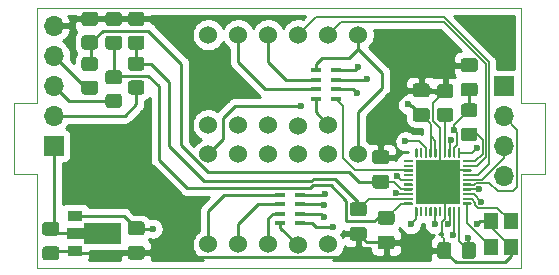
<source format=gbl>
G04 #@! TF.GenerationSoftware,KiCad,Pcbnew,(5.1.10)-1*
G04 #@! TF.CreationDate,2023-01-31T14:41:16+02:00*
G04 #@! TF.ProjectId,voltmeter,766f6c74-6d65-4746-9572-2e6b69636164,rev?*
G04 #@! TF.SameCoordinates,Original*
G04 #@! TF.FileFunction,Copper,L2,Bot*
G04 #@! TF.FilePolarity,Positive*
%FSLAX46Y46*%
G04 Gerber Fmt 4.6, Leading zero omitted, Abs format (unit mm)*
G04 Created by KiCad (PCBNEW (5.1.10)-1) date 2023-01-31 14:41:16*
%MOMM*%
%LPD*%
G01*
G04 APERTURE LIST*
G04 #@! TA.AperFunction,Profile*
%ADD10C,0.050000*%
G04 #@! TD*
G04 #@! TA.AperFunction,ComponentPad*
%ADD11O,1.700000X1.700000*%
G04 #@! TD*
G04 #@! TA.AperFunction,ComponentPad*
%ADD12R,1.700000X1.700000*%
G04 #@! TD*
G04 #@! TA.AperFunction,ComponentPad*
%ADD13C,1.524000*%
G04 #@! TD*
G04 #@! TA.AperFunction,SMDPad,CuDef*
%ADD14R,1.200000X1.400000*%
G04 #@! TD*
G04 #@! TA.AperFunction,SMDPad,CuDef*
%ADD15R,0.900000X0.400000*%
G04 #@! TD*
G04 #@! TA.AperFunction,SMDPad,CuDef*
%ADD16C,0.100000*%
G04 #@! TD*
G04 #@! TA.AperFunction,SMDPad,CuDef*
%ADD17R,1.300000X0.900000*%
G04 #@! TD*
G04 #@! TA.AperFunction,SMDPad,CuDef*
%ADD18R,3.800000X3.800000*%
G04 #@! TD*
G04 #@! TA.AperFunction,ViaPad*
%ADD19C,0.600000*%
G04 #@! TD*
G04 #@! TA.AperFunction,Conductor*
%ADD20C,0.127000*%
G04 #@! TD*
G04 #@! TA.AperFunction,Conductor*
%ADD21C,0.200000*%
G04 #@! TD*
G04 #@! TA.AperFunction,Conductor*
%ADD22C,0.254000*%
G04 #@! TD*
G04 #@! TA.AperFunction,Conductor*
%ADD23C,0.100000*%
G04 #@! TD*
G04 APERTURE END LIST*
D10*
X52578000Y-78048000D02*
X52578000Y-86048000D01*
X50578000Y-86048000D02*
X50578000Y-92048000D01*
X52578000Y-86048000D02*
X50578000Y-86048000D01*
X52578000Y-92048000D02*
X50578000Y-92048000D01*
X52578000Y-92048000D02*
X52578000Y-100048000D01*
X93578000Y-92048000D02*
X93578000Y-100048000D01*
X95578000Y-92048000D02*
X93578000Y-92048000D01*
X95578000Y-86048000D02*
X93578000Y-86048000D01*
X95578000Y-86048000D02*
X95578000Y-92048000D01*
X52578000Y-100048000D02*
X93578000Y-100048000D01*
X93578000Y-78048000D02*
X93578000Y-86048000D01*
X52578000Y-78048000D02*
X93578000Y-78048000D01*
D11*
X92075000Y-92272000D03*
X92075000Y-89732000D03*
X92075000Y-87192000D03*
D12*
X92075000Y-84652000D03*
D11*
X53975000Y-79521200D03*
X53975000Y-82061200D03*
X53975000Y-84601200D03*
X53975000Y-87141200D03*
D12*
X53975000Y-89681200D03*
D13*
X77216000Y-98036380D03*
X74676000Y-98130360D03*
X72136000Y-98044000D03*
X69596000Y-98044000D03*
X67056000Y-98044000D03*
X79756000Y-90424000D03*
X77216000Y-90424000D03*
X74676000Y-90424000D03*
X67056000Y-90424000D03*
X69596000Y-90424000D03*
X72136000Y-90424000D03*
X77216000Y-87897380D03*
X74676000Y-87991360D03*
X72136000Y-87905000D03*
X69596000Y-87905000D03*
X67056000Y-87905000D03*
X79756000Y-80285000D03*
X77216000Y-80285000D03*
X74676000Y-80285000D03*
X67056000Y-80285000D03*
X69596000Y-80285000D03*
X72136000Y-80285000D03*
D14*
X92683700Y-98274200D03*
X92683700Y-96074200D03*
X90983700Y-96074200D03*
X90983700Y-98274200D03*
D15*
X74864700Y-93853300D03*
X74864700Y-94653300D03*
X74864700Y-95453300D03*
X74864700Y-96253300D03*
X73164700Y-93853300D03*
X73164700Y-96253300D03*
X73164700Y-94653300D03*
X73164700Y-95453300D03*
G04 #@! TA.AperFunction,SMDPad,CuDef*
G36*
G01*
X79281000Y-96553500D02*
X80231000Y-96553500D01*
G75*
G02*
X80481000Y-96803500I0J-250000D01*
G01*
X80481000Y-97478500D01*
G75*
G02*
X80231000Y-97728500I-250000J0D01*
G01*
X79281000Y-97728500D01*
G75*
G02*
X79031000Y-97478500I0J250000D01*
G01*
X79031000Y-96803500D01*
G75*
G02*
X79281000Y-96553500I250000J0D01*
G01*
G37*
G04 #@! TD.AperFunction*
G04 #@! TA.AperFunction,SMDPad,CuDef*
G36*
G01*
X79281000Y-94478500D02*
X80231000Y-94478500D01*
G75*
G02*
X80481000Y-94728500I0J-250000D01*
G01*
X80481000Y-95403500D01*
G75*
G02*
X80231000Y-95653500I-250000J0D01*
G01*
X79281000Y-95653500D01*
G75*
G02*
X79031000Y-95403500I0J250000D01*
G01*
X79031000Y-94728500D01*
G75*
G02*
X79281000Y-94478500I250000J0D01*
G01*
G37*
G04 #@! TD.AperFunction*
G04 #@! TA.AperFunction,SMDPad,CuDef*
G36*
G01*
X81643200Y-97285200D02*
X82593200Y-97285200D01*
G75*
G02*
X82843200Y-97535200I0J-250000D01*
G01*
X82843200Y-98210200D01*
G75*
G02*
X82593200Y-98460200I-250000J0D01*
G01*
X81643200Y-98460200D01*
G75*
G02*
X81393200Y-98210200I0J250000D01*
G01*
X81393200Y-97535200D01*
G75*
G02*
X81643200Y-97285200I250000J0D01*
G01*
G37*
G04 #@! TD.AperFunction*
G04 #@! TA.AperFunction,SMDPad,CuDef*
G36*
G01*
X81643200Y-95210200D02*
X82593200Y-95210200D01*
G75*
G02*
X82843200Y-95460200I0J-250000D01*
G01*
X82843200Y-96135200D01*
G75*
G02*
X82593200Y-96385200I-250000J0D01*
G01*
X81643200Y-96385200D01*
G75*
G02*
X81393200Y-96135200I0J250000D01*
G01*
X81393200Y-95460200D01*
G75*
G02*
X81643200Y-95210200I250000J0D01*
G01*
G37*
G04 #@! TD.AperFunction*
G04 #@! TA.AperFunction,SMDPad,CuDef*
G36*
G01*
X82136000Y-91237800D02*
X81186000Y-91237800D01*
G75*
G02*
X80936000Y-90987800I0J250000D01*
G01*
X80936000Y-90312800D01*
G75*
G02*
X81186000Y-90062800I250000J0D01*
G01*
X82136000Y-90062800D01*
G75*
G02*
X82386000Y-90312800I0J-250000D01*
G01*
X82386000Y-90987800D01*
G75*
G02*
X82136000Y-91237800I-250000J0D01*
G01*
G37*
G04 #@! TD.AperFunction*
G04 #@! TA.AperFunction,SMDPad,CuDef*
G36*
G01*
X82136000Y-93312800D02*
X81186000Y-93312800D01*
G75*
G02*
X80936000Y-93062800I0J250000D01*
G01*
X80936000Y-92387800D01*
G75*
G02*
X81186000Y-92137800I250000J0D01*
G01*
X82136000Y-92137800D01*
G75*
G02*
X82386000Y-92387800I0J-250000D01*
G01*
X82386000Y-93062800D01*
G75*
G02*
X82136000Y-93312800I-250000J0D01*
G01*
G37*
G04 #@! TD.AperFunction*
G04 #@! TA.AperFunction,SMDPad,CuDef*
D16*
G36*
X59704000Y-97964500D02*
G01*
X56579000Y-97964500D01*
X56579000Y-97548000D01*
X55104000Y-97548000D01*
X55104000Y-96648000D01*
X56579000Y-96648000D01*
X56579000Y-96231500D01*
X59704000Y-96231500D01*
X59704000Y-97964500D01*
G37*
G04 #@! TD.AperFunction*
D17*
X55754000Y-95598000D03*
X55754000Y-98598000D03*
G04 #@! TA.AperFunction,SMDPad,CuDef*
G36*
G01*
X60485000Y-98161500D02*
X61435000Y-98161500D01*
G75*
G02*
X61685000Y-98411500I0J-250000D01*
G01*
X61685000Y-99086500D01*
G75*
G02*
X61435000Y-99336500I-250000J0D01*
G01*
X60485000Y-99336500D01*
G75*
G02*
X60235000Y-99086500I0J250000D01*
G01*
X60235000Y-98411500D01*
G75*
G02*
X60485000Y-98161500I250000J0D01*
G01*
G37*
G04 #@! TD.AperFunction*
G04 #@! TA.AperFunction,SMDPad,CuDef*
G36*
G01*
X60485000Y-96086500D02*
X61435000Y-96086500D01*
G75*
G02*
X61685000Y-96336500I0J-250000D01*
G01*
X61685000Y-97011500D01*
G75*
G02*
X61435000Y-97261500I-250000J0D01*
G01*
X60485000Y-97261500D01*
G75*
G02*
X60235000Y-97011500I0J250000D01*
G01*
X60235000Y-96336500D01*
G75*
G02*
X60485000Y-96086500I250000J0D01*
G01*
G37*
G04 #@! TD.AperFunction*
G04 #@! TA.AperFunction,SMDPad,CuDef*
G36*
G01*
X53246000Y-98204500D02*
X54196000Y-98204500D01*
G75*
G02*
X54446000Y-98454500I0J-250000D01*
G01*
X54446000Y-99129500D01*
G75*
G02*
X54196000Y-99379500I-250000J0D01*
G01*
X53246000Y-99379500D01*
G75*
G02*
X52996000Y-99129500I0J250000D01*
G01*
X52996000Y-98454500D01*
G75*
G02*
X53246000Y-98204500I250000J0D01*
G01*
G37*
G04 #@! TD.AperFunction*
G04 #@! TA.AperFunction,SMDPad,CuDef*
G36*
G01*
X53246000Y-96129500D02*
X54196000Y-96129500D01*
G75*
G02*
X54446000Y-96379500I0J-250000D01*
G01*
X54446000Y-97054500D01*
G75*
G02*
X54196000Y-97304500I-250000J0D01*
G01*
X53246000Y-97304500D01*
G75*
G02*
X52996000Y-97054500I0J250000D01*
G01*
X52996000Y-96379500D01*
G75*
G02*
X53246000Y-96129500I250000J0D01*
G01*
G37*
G04 #@! TD.AperFunction*
G04 #@! TA.AperFunction,SMDPad,CuDef*
G36*
G01*
X89604001Y-87250000D02*
X88703999Y-87250000D01*
G75*
G02*
X88454000Y-87000001I0J249999D01*
G01*
X88454000Y-86349999D01*
G75*
G02*
X88703999Y-86100000I249999J0D01*
G01*
X89604001Y-86100000D01*
G75*
G02*
X89854000Y-86349999I0J-249999D01*
G01*
X89854000Y-87000001D01*
G75*
G02*
X89604001Y-87250000I-249999J0D01*
G01*
G37*
G04 #@! TD.AperFunction*
G04 #@! TA.AperFunction,SMDPad,CuDef*
G36*
G01*
X89604001Y-89300000D02*
X88703999Y-89300000D01*
G75*
G02*
X88454000Y-89050001I0J249999D01*
G01*
X88454000Y-88399999D01*
G75*
G02*
X88703999Y-88150000I249999J0D01*
G01*
X89604001Y-88150000D01*
G75*
G02*
X89854000Y-88399999I0J-249999D01*
G01*
X89854000Y-89050001D01*
G75*
G02*
X89604001Y-89300000I-249999J0D01*
G01*
G37*
G04 #@! TD.AperFunction*
G04 #@! TA.AperFunction,SMDPad,CuDef*
G36*
G01*
X89629000Y-83440000D02*
X88679000Y-83440000D01*
G75*
G02*
X88429000Y-83190000I0J250000D01*
G01*
X88429000Y-82515000D01*
G75*
G02*
X88679000Y-82265000I250000J0D01*
G01*
X89629000Y-82265000D01*
G75*
G02*
X89879000Y-82515000I0J-250000D01*
G01*
X89879000Y-83190000D01*
G75*
G02*
X89629000Y-83440000I-250000J0D01*
G01*
G37*
G04 #@! TD.AperFunction*
G04 #@! TA.AperFunction,SMDPad,CuDef*
G36*
G01*
X89629000Y-85515000D02*
X88679000Y-85515000D01*
G75*
G02*
X88429000Y-85265000I0J250000D01*
G01*
X88429000Y-84590000D01*
G75*
G02*
X88679000Y-84340000I250000J0D01*
G01*
X89629000Y-84340000D01*
G75*
G02*
X89879000Y-84590000I0J-250000D01*
G01*
X89879000Y-85265000D01*
G75*
G02*
X89629000Y-85515000I-250000J0D01*
G01*
G37*
G04 #@! TD.AperFunction*
G04 #@! TA.AperFunction,SMDPad,CuDef*
G36*
G01*
X85565000Y-85577500D02*
X84615000Y-85577500D01*
G75*
G02*
X84365000Y-85327500I0J250000D01*
G01*
X84365000Y-84652500D01*
G75*
G02*
X84615000Y-84402500I250000J0D01*
G01*
X85565000Y-84402500D01*
G75*
G02*
X85815000Y-84652500I0J-250000D01*
G01*
X85815000Y-85327500D01*
G75*
G02*
X85565000Y-85577500I-250000J0D01*
G01*
G37*
G04 #@! TD.AperFunction*
G04 #@! TA.AperFunction,SMDPad,CuDef*
G36*
G01*
X85565000Y-87652500D02*
X84615000Y-87652500D01*
G75*
G02*
X84365000Y-87402500I0J250000D01*
G01*
X84365000Y-86727500D01*
G75*
G02*
X84615000Y-86477500I250000J0D01*
G01*
X85565000Y-86477500D01*
G75*
G02*
X85815000Y-86727500I0J-250000D01*
G01*
X85815000Y-87402500D01*
G75*
G02*
X85565000Y-87652500I-250000J0D01*
G01*
G37*
G04 #@! TD.AperFunction*
G04 #@! TA.AperFunction,SMDPad,CuDef*
G36*
G01*
X87628400Y-98083500D02*
X87628400Y-99033500D01*
G75*
G02*
X87378400Y-99283500I-250000J0D01*
G01*
X86703400Y-99283500D01*
G75*
G02*
X86453400Y-99033500I0J250000D01*
G01*
X86453400Y-98083500D01*
G75*
G02*
X86703400Y-97833500I250000J0D01*
G01*
X87378400Y-97833500D01*
G75*
G02*
X87628400Y-98083500I0J-250000D01*
G01*
G37*
G04 #@! TD.AperFunction*
G04 #@! TA.AperFunction,SMDPad,CuDef*
G36*
G01*
X89703400Y-98083500D02*
X89703400Y-99033500D01*
G75*
G02*
X89453400Y-99283500I-250000J0D01*
G01*
X88778400Y-99283500D01*
G75*
G02*
X88528400Y-99033500I0J250000D01*
G01*
X88528400Y-98083500D01*
G75*
G02*
X88778400Y-97833500I250000J0D01*
G01*
X89453400Y-97833500D01*
G75*
G02*
X89703400Y-98083500I0J-250000D01*
G01*
G37*
G04 #@! TD.AperFunction*
G04 #@! TA.AperFunction,SMDPad,CuDef*
G36*
G01*
X61410001Y-79553000D02*
X60509999Y-79553000D01*
G75*
G02*
X60260000Y-79303001I0J249999D01*
G01*
X60260000Y-78602999D01*
G75*
G02*
X60509999Y-78353000I249999J0D01*
G01*
X61410001Y-78353000D01*
G75*
G02*
X61660000Y-78602999I0J-249999D01*
G01*
X61660000Y-79303001D01*
G75*
G02*
X61410001Y-79553000I-249999J0D01*
G01*
G37*
G04 #@! TD.AperFunction*
G04 #@! TA.AperFunction,SMDPad,CuDef*
G36*
G01*
X61410001Y-81553000D02*
X60509999Y-81553000D01*
G75*
G02*
X60260000Y-81303001I0J249999D01*
G01*
X60260000Y-80602999D01*
G75*
G02*
X60509999Y-80353000I249999J0D01*
G01*
X61410001Y-80353000D01*
G75*
G02*
X61660000Y-80602999I0J-249999D01*
G01*
X61660000Y-81303001D01*
G75*
G02*
X61410001Y-81553000I-249999J0D01*
G01*
G37*
G04 #@! TD.AperFunction*
G04 #@! TA.AperFunction,SMDPad,CuDef*
G36*
G01*
X61410001Y-83347000D02*
X60509999Y-83347000D01*
G75*
G02*
X60260000Y-83097001I0J249999D01*
G01*
X60260000Y-82396999D01*
G75*
G02*
X60509999Y-82147000I249999J0D01*
G01*
X61410001Y-82147000D01*
G75*
G02*
X61660000Y-82396999I0J-249999D01*
G01*
X61660000Y-83097001D01*
G75*
G02*
X61410001Y-83347000I-249999J0D01*
G01*
G37*
G04 #@! TD.AperFunction*
G04 #@! TA.AperFunction,SMDPad,CuDef*
G36*
G01*
X61410001Y-85347000D02*
X60509999Y-85347000D01*
G75*
G02*
X60260000Y-85097001I0J249999D01*
G01*
X60260000Y-84396999D01*
G75*
G02*
X60509999Y-84147000I249999J0D01*
G01*
X61410001Y-84147000D01*
G75*
G02*
X61660000Y-84396999I0J-249999D01*
G01*
X61660000Y-85097001D01*
G75*
G02*
X61410001Y-85347000I-249999J0D01*
G01*
G37*
G04 #@! TD.AperFunction*
G04 #@! TA.AperFunction,SMDPad,CuDef*
G36*
G01*
X59505001Y-79553000D02*
X58604999Y-79553000D01*
G75*
G02*
X58355000Y-79303001I0J249999D01*
G01*
X58355000Y-78602999D01*
G75*
G02*
X58604999Y-78353000I249999J0D01*
G01*
X59505001Y-78353000D01*
G75*
G02*
X59755000Y-78602999I0J-249999D01*
G01*
X59755000Y-79303001D01*
G75*
G02*
X59505001Y-79553000I-249999J0D01*
G01*
G37*
G04 #@! TD.AperFunction*
G04 #@! TA.AperFunction,SMDPad,CuDef*
G36*
G01*
X59505001Y-81553000D02*
X58604999Y-81553000D01*
G75*
G02*
X58355000Y-81303001I0J249999D01*
G01*
X58355000Y-80602999D01*
G75*
G02*
X58604999Y-80353000I249999J0D01*
G01*
X59505001Y-80353000D01*
G75*
G02*
X59755000Y-80602999I0J-249999D01*
G01*
X59755000Y-81303001D01*
G75*
G02*
X59505001Y-81553000I-249999J0D01*
G01*
G37*
G04 #@! TD.AperFunction*
G04 #@! TA.AperFunction,SMDPad,CuDef*
G36*
G01*
X59505001Y-84490000D02*
X58604999Y-84490000D01*
G75*
G02*
X58355000Y-84240001I0J249999D01*
G01*
X58355000Y-83539999D01*
G75*
G02*
X58604999Y-83290000I249999J0D01*
G01*
X59505001Y-83290000D01*
G75*
G02*
X59755000Y-83539999I0J-249999D01*
G01*
X59755000Y-84240001D01*
G75*
G02*
X59505001Y-84490000I-249999J0D01*
G01*
G37*
G04 #@! TD.AperFunction*
G04 #@! TA.AperFunction,SMDPad,CuDef*
G36*
G01*
X59505001Y-86490000D02*
X58604999Y-86490000D01*
G75*
G02*
X58355000Y-86240001I0J249999D01*
G01*
X58355000Y-85539999D01*
G75*
G02*
X58604999Y-85290000I249999J0D01*
G01*
X59505001Y-85290000D01*
G75*
G02*
X59755000Y-85539999I0J-249999D01*
G01*
X59755000Y-86240001D01*
G75*
G02*
X59505001Y-86490000I-249999J0D01*
G01*
G37*
G04 #@! TD.AperFunction*
G04 #@! TA.AperFunction,SMDPad,CuDef*
G36*
G01*
X57473001Y-79537000D02*
X56572999Y-79537000D01*
G75*
G02*
X56323000Y-79287001I0J249999D01*
G01*
X56323000Y-78586999D01*
G75*
G02*
X56572999Y-78337000I249999J0D01*
G01*
X57473001Y-78337000D01*
G75*
G02*
X57723000Y-78586999I0J-249999D01*
G01*
X57723000Y-79287001D01*
G75*
G02*
X57473001Y-79537000I-249999J0D01*
G01*
G37*
G04 #@! TD.AperFunction*
G04 #@! TA.AperFunction,SMDPad,CuDef*
G36*
G01*
X57473001Y-81537000D02*
X56572999Y-81537000D01*
G75*
G02*
X56323000Y-81287001I0J249999D01*
G01*
X56323000Y-80586999D01*
G75*
G02*
X56572999Y-80337000I249999J0D01*
G01*
X57473001Y-80337000D01*
G75*
G02*
X57723000Y-80586999I0J-249999D01*
G01*
X57723000Y-81287001D01*
G75*
G02*
X57473001Y-81537000I-249999J0D01*
G01*
G37*
G04 #@! TD.AperFunction*
G04 #@! TA.AperFunction,SMDPad,CuDef*
G36*
G01*
X57473001Y-83363000D02*
X56572999Y-83363000D01*
G75*
G02*
X56323000Y-83113001I0J249999D01*
G01*
X56323000Y-82412999D01*
G75*
G02*
X56572999Y-82163000I249999J0D01*
G01*
X57473001Y-82163000D01*
G75*
G02*
X57723000Y-82412999I0J-249999D01*
G01*
X57723000Y-83113001D01*
G75*
G02*
X57473001Y-83363000I-249999J0D01*
G01*
G37*
G04 #@! TD.AperFunction*
G04 #@! TA.AperFunction,SMDPad,CuDef*
G36*
G01*
X57473001Y-85363000D02*
X56572999Y-85363000D01*
G75*
G02*
X56323000Y-85113001I0J249999D01*
G01*
X56323000Y-84412999D01*
G75*
G02*
X56572999Y-84163000I249999J0D01*
G01*
X57473001Y-84163000D01*
G75*
G02*
X57723000Y-84412999I0J-249999D01*
G01*
X57723000Y-85113001D01*
G75*
G02*
X57473001Y-85363000I-249999J0D01*
G01*
G37*
G04 #@! TD.AperFunction*
D15*
X77850100Y-83286900D03*
X77850100Y-84086900D03*
X77850100Y-84886900D03*
X77850100Y-85686900D03*
X76150100Y-83286900D03*
X76150100Y-85686900D03*
X76150100Y-84086900D03*
X76150100Y-84886900D03*
G04 #@! TA.AperFunction,SMDPad,CuDef*
G36*
G01*
X87572001Y-85665000D02*
X86671999Y-85665000D01*
G75*
G02*
X86422000Y-85415001I0J249999D01*
G01*
X86422000Y-84714999D01*
G75*
G02*
X86671999Y-84465000I249999J0D01*
G01*
X87572001Y-84465000D01*
G75*
G02*
X87822000Y-84714999I0J-249999D01*
G01*
X87822000Y-85415001D01*
G75*
G02*
X87572001Y-85665000I-249999J0D01*
G01*
G37*
G04 #@! TD.AperFunction*
G04 #@! TA.AperFunction,SMDPad,CuDef*
G36*
G01*
X87572001Y-87665000D02*
X86671999Y-87665000D01*
G75*
G02*
X86422000Y-87415001I0J249999D01*
G01*
X86422000Y-86714999D01*
G75*
G02*
X86671999Y-86465000I249999J0D01*
G01*
X87572001Y-86465000D01*
G75*
G02*
X87822000Y-86714999I0J-249999D01*
G01*
X87822000Y-87415001D01*
G75*
G02*
X87572001Y-87665000I-249999J0D01*
G01*
G37*
G04 #@! TD.AperFunction*
D18*
X86487000Y-92780000D03*
G04 #@! TA.AperFunction,SMDPad,CuDef*
G36*
G01*
X84587000Y-95605000D02*
X84587000Y-94930000D01*
G75*
G02*
X84637000Y-94880000I50000J0D01*
G01*
X84737000Y-94880000D01*
G75*
G02*
X84787000Y-94930000I0J-50000D01*
G01*
X84787000Y-95605000D01*
G75*
G02*
X84737000Y-95655000I-50000J0D01*
G01*
X84637000Y-95655000D01*
G75*
G02*
X84587000Y-95605000I0J50000D01*
G01*
G37*
G04 #@! TD.AperFunction*
G04 #@! TA.AperFunction,SMDPad,CuDef*
G36*
G01*
X84987000Y-95605000D02*
X84987000Y-94930000D01*
G75*
G02*
X85037000Y-94880000I50000J0D01*
G01*
X85137000Y-94880000D01*
G75*
G02*
X85187000Y-94930000I0J-50000D01*
G01*
X85187000Y-95605000D01*
G75*
G02*
X85137000Y-95655000I-50000J0D01*
G01*
X85037000Y-95655000D01*
G75*
G02*
X84987000Y-95605000I0J50000D01*
G01*
G37*
G04 #@! TD.AperFunction*
G04 #@! TA.AperFunction,SMDPad,CuDef*
G36*
G01*
X85387000Y-95605000D02*
X85387000Y-94930000D01*
G75*
G02*
X85437000Y-94880000I50000J0D01*
G01*
X85537000Y-94880000D01*
G75*
G02*
X85587000Y-94930000I0J-50000D01*
G01*
X85587000Y-95605000D01*
G75*
G02*
X85537000Y-95655000I-50000J0D01*
G01*
X85437000Y-95655000D01*
G75*
G02*
X85387000Y-95605000I0J50000D01*
G01*
G37*
G04 #@! TD.AperFunction*
G04 #@! TA.AperFunction,SMDPad,CuDef*
G36*
G01*
X85787000Y-95605000D02*
X85787000Y-94930000D01*
G75*
G02*
X85837000Y-94880000I50000J0D01*
G01*
X85937000Y-94880000D01*
G75*
G02*
X85987000Y-94930000I0J-50000D01*
G01*
X85987000Y-95605000D01*
G75*
G02*
X85937000Y-95655000I-50000J0D01*
G01*
X85837000Y-95655000D01*
G75*
G02*
X85787000Y-95605000I0J50000D01*
G01*
G37*
G04 #@! TD.AperFunction*
G04 #@! TA.AperFunction,SMDPad,CuDef*
G36*
G01*
X86187000Y-95605000D02*
X86187000Y-94930000D01*
G75*
G02*
X86237000Y-94880000I50000J0D01*
G01*
X86337000Y-94880000D01*
G75*
G02*
X86387000Y-94930000I0J-50000D01*
G01*
X86387000Y-95605000D01*
G75*
G02*
X86337000Y-95655000I-50000J0D01*
G01*
X86237000Y-95655000D01*
G75*
G02*
X86187000Y-95605000I0J50000D01*
G01*
G37*
G04 #@! TD.AperFunction*
G04 #@! TA.AperFunction,SMDPad,CuDef*
G36*
G01*
X86587000Y-95605000D02*
X86587000Y-94930000D01*
G75*
G02*
X86637000Y-94880000I50000J0D01*
G01*
X86737000Y-94880000D01*
G75*
G02*
X86787000Y-94930000I0J-50000D01*
G01*
X86787000Y-95605000D01*
G75*
G02*
X86737000Y-95655000I-50000J0D01*
G01*
X86637000Y-95655000D01*
G75*
G02*
X86587000Y-95605000I0J50000D01*
G01*
G37*
G04 #@! TD.AperFunction*
G04 #@! TA.AperFunction,SMDPad,CuDef*
G36*
G01*
X86987000Y-95605000D02*
X86987000Y-94930000D01*
G75*
G02*
X87037000Y-94880000I50000J0D01*
G01*
X87137000Y-94880000D01*
G75*
G02*
X87187000Y-94930000I0J-50000D01*
G01*
X87187000Y-95605000D01*
G75*
G02*
X87137000Y-95655000I-50000J0D01*
G01*
X87037000Y-95655000D01*
G75*
G02*
X86987000Y-95605000I0J50000D01*
G01*
G37*
G04 #@! TD.AperFunction*
G04 #@! TA.AperFunction,SMDPad,CuDef*
G36*
G01*
X87387000Y-95605000D02*
X87387000Y-94930000D01*
G75*
G02*
X87437000Y-94880000I50000J0D01*
G01*
X87537000Y-94880000D01*
G75*
G02*
X87587000Y-94930000I0J-50000D01*
G01*
X87587000Y-95605000D01*
G75*
G02*
X87537000Y-95655000I-50000J0D01*
G01*
X87437000Y-95655000D01*
G75*
G02*
X87387000Y-95605000I0J50000D01*
G01*
G37*
G04 #@! TD.AperFunction*
G04 #@! TA.AperFunction,SMDPad,CuDef*
G36*
G01*
X87787000Y-95605000D02*
X87787000Y-94930000D01*
G75*
G02*
X87837000Y-94880000I50000J0D01*
G01*
X87937000Y-94880000D01*
G75*
G02*
X87987000Y-94930000I0J-50000D01*
G01*
X87987000Y-95605000D01*
G75*
G02*
X87937000Y-95655000I-50000J0D01*
G01*
X87837000Y-95655000D01*
G75*
G02*
X87787000Y-95605000I0J50000D01*
G01*
G37*
G04 #@! TD.AperFunction*
G04 #@! TA.AperFunction,SMDPad,CuDef*
G36*
G01*
X88187000Y-95605000D02*
X88187000Y-94930000D01*
G75*
G02*
X88237000Y-94880000I50000J0D01*
G01*
X88337000Y-94880000D01*
G75*
G02*
X88387000Y-94930000I0J-50000D01*
G01*
X88387000Y-95605000D01*
G75*
G02*
X88337000Y-95655000I-50000J0D01*
G01*
X88237000Y-95655000D01*
G75*
G02*
X88187000Y-95605000I0J50000D01*
G01*
G37*
G04 #@! TD.AperFunction*
G04 #@! TA.AperFunction,SMDPad,CuDef*
G36*
G01*
X88587000Y-94630000D02*
X88587000Y-94530000D01*
G75*
G02*
X88637000Y-94480000I50000J0D01*
G01*
X89312000Y-94480000D01*
G75*
G02*
X89362000Y-94530000I0J-50000D01*
G01*
X89362000Y-94630000D01*
G75*
G02*
X89312000Y-94680000I-50000J0D01*
G01*
X88637000Y-94680000D01*
G75*
G02*
X88587000Y-94630000I0J50000D01*
G01*
G37*
G04 #@! TD.AperFunction*
G04 #@! TA.AperFunction,SMDPad,CuDef*
G36*
G01*
X88587000Y-94230000D02*
X88587000Y-94130000D01*
G75*
G02*
X88637000Y-94080000I50000J0D01*
G01*
X89312000Y-94080000D01*
G75*
G02*
X89362000Y-94130000I0J-50000D01*
G01*
X89362000Y-94230000D01*
G75*
G02*
X89312000Y-94280000I-50000J0D01*
G01*
X88637000Y-94280000D01*
G75*
G02*
X88587000Y-94230000I0J50000D01*
G01*
G37*
G04 #@! TD.AperFunction*
G04 #@! TA.AperFunction,SMDPad,CuDef*
G36*
G01*
X88587000Y-93830000D02*
X88587000Y-93730000D01*
G75*
G02*
X88637000Y-93680000I50000J0D01*
G01*
X89312000Y-93680000D01*
G75*
G02*
X89362000Y-93730000I0J-50000D01*
G01*
X89362000Y-93830000D01*
G75*
G02*
X89312000Y-93880000I-50000J0D01*
G01*
X88637000Y-93880000D01*
G75*
G02*
X88587000Y-93830000I0J50000D01*
G01*
G37*
G04 #@! TD.AperFunction*
G04 #@! TA.AperFunction,SMDPad,CuDef*
G36*
G01*
X88587000Y-93430000D02*
X88587000Y-93330000D01*
G75*
G02*
X88637000Y-93280000I50000J0D01*
G01*
X89312000Y-93280000D01*
G75*
G02*
X89362000Y-93330000I0J-50000D01*
G01*
X89362000Y-93430000D01*
G75*
G02*
X89312000Y-93480000I-50000J0D01*
G01*
X88637000Y-93480000D01*
G75*
G02*
X88587000Y-93430000I0J50000D01*
G01*
G37*
G04 #@! TD.AperFunction*
G04 #@! TA.AperFunction,SMDPad,CuDef*
G36*
G01*
X88587000Y-93030000D02*
X88587000Y-92930000D01*
G75*
G02*
X88637000Y-92880000I50000J0D01*
G01*
X89312000Y-92880000D01*
G75*
G02*
X89362000Y-92930000I0J-50000D01*
G01*
X89362000Y-93030000D01*
G75*
G02*
X89312000Y-93080000I-50000J0D01*
G01*
X88637000Y-93080000D01*
G75*
G02*
X88587000Y-93030000I0J50000D01*
G01*
G37*
G04 #@! TD.AperFunction*
G04 #@! TA.AperFunction,SMDPad,CuDef*
G36*
G01*
X88587000Y-92630000D02*
X88587000Y-92530000D01*
G75*
G02*
X88637000Y-92480000I50000J0D01*
G01*
X89312000Y-92480000D01*
G75*
G02*
X89362000Y-92530000I0J-50000D01*
G01*
X89362000Y-92630000D01*
G75*
G02*
X89312000Y-92680000I-50000J0D01*
G01*
X88637000Y-92680000D01*
G75*
G02*
X88587000Y-92630000I0J50000D01*
G01*
G37*
G04 #@! TD.AperFunction*
G04 #@! TA.AperFunction,SMDPad,CuDef*
G36*
G01*
X88587000Y-92230000D02*
X88587000Y-92130000D01*
G75*
G02*
X88637000Y-92080000I50000J0D01*
G01*
X89312000Y-92080000D01*
G75*
G02*
X89362000Y-92130000I0J-50000D01*
G01*
X89362000Y-92230000D01*
G75*
G02*
X89312000Y-92280000I-50000J0D01*
G01*
X88637000Y-92280000D01*
G75*
G02*
X88587000Y-92230000I0J50000D01*
G01*
G37*
G04 #@! TD.AperFunction*
G04 #@! TA.AperFunction,SMDPad,CuDef*
G36*
G01*
X88587000Y-91830000D02*
X88587000Y-91730000D01*
G75*
G02*
X88637000Y-91680000I50000J0D01*
G01*
X89312000Y-91680000D01*
G75*
G02*
X89362000Y-91730000I0J-50000D01*
G01*
X89362000Y-91830000D01*
G75*
G02*
X89312000Y-91880000I-50000J0D01*
G01*
X88637000Y-91880000D01*
G75*
G02*
X88587000Y-91830000I0J50000D01*
G01*
G37*
G04 #@! TD.AperFunction*
G04 #@! TA.AperFunction,SMDPad,CuDef*
G36*
G01*
X88587000Y-91430000D02*
X88587000Y-91330000D01*
G75*
G02*
X88637000Y-91280000I50000J0D01*
G01*
X89312000Y-91280000D01*
G75*
G02*
X89362000Y-91330000I0J-50000D01*
G01*
X89362000Y-91430000D01*
G75*
G02*
X89312000Y-91480000I-50000J0D01*
G01*
X88637000Y-91480000D01*
G75*
G02*
X88587000Y-91430000I0J50000D01*
G01*
G37*
G04 #@! TD.AperFunction*
G04 #@! TA.AperFunction,SMDPad,CuDef*
G36*
G01*
X88587000Y-91030000D02*
X88587000Y-90930000D01*
G75*
G02*
X88637000Y-90880000I50000J0D01*
G01*
X89312000Y-90880000D01*
G75*
G02*
X89362000Y-90930000I0J-50000D01*
G01*
X89362000Y-91030000D01*
G75*
G02*
X89312000Y-91080000I-50000J0D01*
G01*
X88637000Y-91080000D01*
G75*
G02*
X88587000Y-91030000I0J50000D01*
G01*
G37*
G04 #@! TD.AperFunction*
G04 #@! TA.AperFunction,SMDPad,CuDef*
G36*
G01*
X88187000Y-90630000D02*
X88187000Y-89955000D01*
G75*
G02*
X88237000Y-89905000I50000J0D01*
G01*
X88337000Y-89905000D01*
G75*
G02*
X88387000Y-89955000I0J-50000D01*
G01*
X88387000Y-90630000D01*
G75*
G02*
X88337000Y-90680000I-50000J0D01*
G01*
X88237000Y-90680000D01*
G75*
G02*
X88187000Y-90630000I0J50000D01*
G01*
G37*
G04 #@! TD.AperFunction*
G04 #@! TA.AperFunction,SMDPad,CuDef*
G36*
G01*
X87787000Y-90630000D02*
X87787000Y-89955000D01*
G75*
G02*
X87837000Y-89905000I50000J0D01*
G01*
X87937000Y-89905000D01*
G75*
G02*
X87987000Y-89955000I0J-50000D01*
G01*
X87987000Y-90630000D01*
G75*
G02*
X87937000Y-90680000I-50000J0D01*
G01*
X87837000Y-90680000D01*
G75*
G02*
X87787000Y-90630000I0J50000D01*
G01*
G37*
G04 #@! TD.AperFunction*
G04 #@! TA.AperFunction,SMDPad,CuDef*
G36*
G01*
X87387000Y-90630000D02*
X87387000Y-89955000D01*
G75*
G02*
X87437000Y-89905000I50000J0D01*
G01*
X87537000Y-89905000D01*
G75*
G02*
X87587000Y-89955000I0J-50000D01*
G01*
X87587000Y-90630000D01*
G75*
G02*
X87537000Y-90680000I-50000J0D01*
G01*
X87437000Y-90680000D01*
G75*
G02*
X87387000Y-90630000I0J50000D01*
G01*
G37*
G04 #@! TD.AperFunction*
G04 #@! TA.AperFunction,SMDPad,CuDef*
G36*
G01*
X86987000Y-90630000D02*
X86987000Y-89955000D01*
G75*
G02*
X87037000Y-89905000I50000J0D01*
G01*
X87137000Y-89905000D01*
G75*
G02*
X87187000Y-89955000I0J-50000D01*
G01*
X87187000Y-90630000D01*
G75*
G02*
X87137000Y-90680000I-50000J0D01*
G01*
X87037000Y-90680000D01*
G75*
G02*
X86987000Y-90630000I0J50000D01*
G01*
G37*
G04 #@! TD.AperFunction*
G04 #@! TA.AperFunction,SMDPad,CuDef*
G36*
G01*
X86587000Y-90630000D02*
X86587000Y-89955000D01*
G75*
G02*
X86637000Y-89905000I50000J0D01*
G01*
X86737000Y-89905000D01*
G75*
G02*
X86787000Y-89955000I0J-50000D01*
G01*
X86787000Y-90630000D01*
G75*
G02*
X86737000Y-90680000I-50000J0D01*
G01*
X86637000Y-90680000D01*
G75*
G02*
X86587000Y-90630000I0J50000D01*
G01*
G37*
G04 #@! TD.AperFunction*
G04 #@! TA.AperFunction,SMDPad,CuDef*
G36*
G01*
X86187000Y-90630000D02*
X86187000Y-89955000D01*
G75*
G02*
X86237000Y-89905000I50000J0D01*
G01*
X86337000Y-89905000D01*
G75*
G02*
X86387000Y-89955000I0J-50000D01*
G01*
X86387000Y-90630000D01*
G75*
G02*
X86337000Y-90680000I-50000J0D01*
G01*
X86237000Y-90680000D01*
G75*
G02*
X86187000Y-90630000I0J50000D01*
G01*
G37*
G04 #@! TD.AperFunction*
G04 #@! TA.AperFunction,SMDPad,CuDef*
G36*
G01*
X85787000Y-90630000D02*
X85787000Y-89955000D01*
G75*
G02*
X85837000Y-89905000I50000J0D01*
G01*
X85937000Y-89905000D01*
G75*
G02*
X85987000Y-89955000I0J-50000D01*
G01*
X85987000Y-90630000D01*
G75*
G02*
X85937000Y-90680000I-50000J0D01*
G01*
X85837000Y-90680000D01*
G75*
G02*
X85787000Y-90630000I0J50000D01*
G01*
G37*
G04 #@! TD.AperFunction*
G04 #@! TA.AperFunction,SMDPad,CuDef*
G36*
G01*
X85387000Y-90630000D02*
X85387000Y-89955000D01*
G75*
G02*
X85437000Y-89905000I50000J0D01*
G01*
X85537000Y-89905000D01*
G75*
G02*
X85587000Y-89955000I0J-50000D01*
G01*
X85587000Y-90630000D01*
G75*
G02*
X85537000Y-90680000I-50000J0D01*
G01*
X85437000Y-90680000D01*
G75*
G02*
X85387000Y-90630000I0J50000D01*
G01*
G37*
G04 #@! TD.AperFunction*
G04 #@! TA.AperFunction,SMDPad,CuDef*
G36*
G01*
X84987000Y-90630000D02*
X84987000Y-89955000D01*
G75*
G02*
X85037000Y-89905000I50000J0D01*
G01*
X85137000Y-89905000D01*
G75*
G02*
X85187000Y-89955000I0J-50000D01*
G01*
X85187000Y-90630000D01*
G75*
G02*
X85137000Y-90680000I-50000J0D01*
G01*
X85037000Y-90680000D01*
G75*
G02*
X84987000Y-90630000I0J50000D01*
G01*
G37*
G04 #@! TD.AperFunction*
G04 #@! TA.AperFunction,SMDPad,CuDef*
G36*
G01*
X84587000Y-90630000D02*
X84587000Y-89955000D01*
G75*
G02*
X84637000Y-89905000I50000J0D01*
G01*
X84737000Y-89905000D01*
G75*
G02*
X84787000Y-89955000I0J-50000D01*
G01*
X84787000Y-90630000D01*
G75*
G02*
X84737000Y-90680000I-50000J0D01*
G01*
X84637000Y-90680000D01*
G75*
G02*
X84587000Y-90630000I0J50000D01*
G01*
G37*
G04 #@! TD.AperFunction*
G04 #@! TA.AperFunction,SMDPad,CuDef*
G36*
G01*
X83612000Y-91030000D02*
X83612000Y-90930000D01*
G75*
G02*
X83662000Y-90880000I50000J0D01*
G01*
X84337000Y-90880000D01*
G75*
G02*
X84387000Y-90930000I0J-50000D01*
G01*
X84387000Y-91030000D01*
G75*
G02*
X84337000Y-91080000I-50000J0D01*
G01*
X83662000Y-91080000D01*
G75*
G02*
X83612000Y-91030000I0J50000D01*
G01*
G37*
G04 #@! TD.AperFunction*
G04 #@! TA.AperFunction,SMDPad,CuDef*
G36*
G01*
X83612000Y-91430000D02*
X83612000Y-91330000D01*
G75*
G02*
X83662000Y-91280000I50000J0D01*
G01*
X84337000Y-91280000D01*
G75*
G02*
X84387000Y-91330000I0J-50000D01*
G01*
X84387000Y-91430000D01*
G75*
G02*
X84337000Y-91480000I-50000J0D01*
G01*
X83662000Y-91480000D01*
G75*
G02*
X83612000Y-91430000I0J50000D01*
G01*
G37*
G04 #@! TD.AperFunction*
G04 #@! TA.AperFunction,SMDPad,CuDef*
G36*
G01*
X83612000Y-91830000D02*
X83612000Y-91730000D01*
G75*
G02*
X83662000Y-91680000I50000J0D01*
G01*
X84337000Y-91680000D01*
G75*
G02*
X84387000Y-91730000I0J-50000D01*
G01*
X84387000Y-91830000D01*
G75*
G02*
X84337000Y-91880000I-50000J0D01*
G01*
X83662000Y-91880000D01*
G75*
G02*
X83612000Y-91830000I0J50000D01*
G01*
G37*
G04 #@! TD.AperFunction*
G04 #@! TA.AperFunction,SMDPad,CuDef*
G36*
G01*
X83612000Y-92230000D02*
X83612000Y-92130000D01*
G75*
G02*
X83662000Y-92080000I50000J0D01*
G01*
X84337000Y-92080000D01*
G75*
G02*
X84387000Y-92130000I0J-50000D01*
G01*
X84387000Y-92230000D01*
G75*
G02*
X84337000Y-92280000I-50000J0D01*
G01*
X83662000Y-92280000D01*
G75*
G02*
X83612000Y-92230000I0J50000D01*
G01*
G37*
G04 #@! TD.AperFunction*
G04 #@! TA.AperFunction,SMDPad,CuDef*
G36*
G01*
X83612000Y-92630000D02*
X83612000Y-92530000D01*
G75*
G02*
X83662000Y-92480000I50000J0D01*
G01*
X84337000Y-92480000D01*
G75*
G02*
X84387000Y-92530000I0J-50000D01*
G01*
X84387000Y-92630000D01*
G75*
G02*
X84337000Y-92680000I-50000J0D01*
G01*
X83662000Y-92680000D01*
G75*
G02*
X83612000Y-92630000I0J50000D01*
G01*
G37*
G04 #@! TD.AperFunction*
G04 #@! TA.AperFunction,SMDPad,CuDef*
G36*
G01*
X83612000Y-93030000D02*
X83612000Y-92930000D01*
G75*
G02*
X83662000Y-92880000I50000J0D01*
G01*
X84337000Y-92880000D01*
G75*
G02*
X84387000Y-92930000I0J-50000D01*
G01*
X84387000Y-93030000D01*
G75*
G02*
X84337000Y-93080000I-50000J0D01*
G01*
X83662000Y-93080000D01*
G75*
G02*
X83612000Y-93030000I0J50000D01*
G01*
G37*
G04 #@! TD.AperFunction*
G04 #@! TA.AperFunction,SMDPad,CuDef*
G36*
G01*
X83612000Y-93430000D02*
X83612000Y-93330000D01*
G75*
G02*
X83662000Y-93280000I50000J0D01*
G01*
X84337000Y-93280000D01*
G75*
G02*
X84387000Y-93330000I0J-50000D01*
G01*
X84387000Y-93430000D01*
G75*
G02*
X84337000Y-93480000I-50000J0D01*
G01*
X83662000Y-93480000D01*
G75*
G02*
X83612000Y-93430000I0J50000D01*
G01*
G37*
G04 #@! TD.AperFunction*
G04 #@! TA.AperFunction,SMDPad,CuDef*
G36*
G01*
X83612000Y-93830000D02*
X83612000Y-93730000D01*
G75*
G02*
X83662000Y-93680000I50000J0D01*
G01*
X84337000Y-93680000D01*
G75*
G02*
X84387000Y-93730000I0J-50000D01*
G01*
X84387000Y-93830000D01*
G75*
G02*
X84337000Y-93880000I-50000J0D01*
G01*
X83662000Y-93880000D01*
G75*
G02*
X83612000Y-93830000I0J50000D01*
G01*
G37*
G04 #@! TD.AperFunction*
G04 #@! TA.AperFunction,SMDPad,CuDef*
G36*
G01*
X83612000Y-94230000D02*
X83612000Y-94130000D01*
G75*
G02*
X83662000Y-94080000I50000J0D01*
G01*
X84337000Y-94080000D01*
G75*
G02*
X84387000Y-94130000I0J-50000D01*
G01*
X84387000Y-94230000D01*
G75*
G02*
X84337000Y-94280000I-50000J0D01*
G01*
X83662000Y-94280000D01*
G75*
G02*
X83612000Y-94230000I0J50000D01*
G01*
G37*
G04 #@! TD.AperFunction*
G04 #@! TA.AperFunction,SMDPad,CuDef*
G36*
G01*
X83612000Y-94630000D02*
X83612000Y-94530000D01*
G75*
G02*
X83662000Y-94480000I50000J0D01*
G01*
X84337000Y-94480000D01*
G75*
G02*
X84387000Y-94530000I0J-50000D01*
G01*
X84387000Y-94630000D01*
G75*
G02*
X84337000Y-94680000I-50000J0D01*
G01*
X83662000Y-94680000D01*
G75*
G02*
X83612000Y-94630000I0J50000D01*
G01*
G37*
G04 #@! TD.AperFunction*
D19*
X89789000Y-96336000D03*
X62721639Y-99146361D03*
X86614000Y-80334000D03*
X81153000Y-81350000D03*
X67183000Y-82112000D03*
X67183000Y-86049000D03*
X63881000Y-93542000D03*
X92583000Y-78937000D03*
X88519000Y-78937000D03*
X92583000Y-82874000D03*
X55245000Y-93923000D03*
X55118000Y-91637000D03*
X61214000Y-87446000D03*
X78867000Y-99130000D03*
X85471000Y-99130000D03*
X62357000Y-96717000D03*
X83947000Y-86176000D03*
X89946735Y-93324521D03*
X83058000Y-92272000D03*
X82931000Y-93669000D03*
X74930000Y-86303000D03*
X90170000Y-94431000D03*
X87376000Y-96336000D03*
X76881020Y-94731010D03*
X84201000Y-96336000D03*
X77597008Y-96590000D03*
X79756000Y-83001000D03*
X89806479Y-89858999D03*
X79681755Y-85234245D03*
X83745755Y-89298245D03*
X86233000Y-96336000D03*
X76881020Y-95747010D03*
X87630000Y-89224000D03*
X80518000Y-84017000D03*
X76962000Y-93796000D03*
X87757000Y-97224992D03*
X89027000Y-97479000D03*
X87884000Y-88334998D03*
D20*
X88974500Y-96265000D02*
X90983700Y-98274200D01*
X88974500Y-94580000D02*
X88974500Y-96265000D01*
D21*
X92557600Y-95614900D02*
X92482900Y-95689600D01*
D20*
X89362000Y-94180000D02*
X89679499Y-94497499D01*
X88974500Y-94180000D02*
X89362000Y-94180000D01*
X89679499Y-94666441D02*
X89934559Y-94921501D01*
X89679499Y-94497499D02*
X89679499Y-94666441D01*
X89934559Y-94921501D02*
X91531001Y-94921501D01*
X91531001Y-94921501D02*
X92683700Y-96074200D01*
D21*
X55560000Y-98792000D02*
X55754000Y-98598000D01*
X60809000Y-98598000D02*
X60960000Y-98749000D01*
X87487000Y-91780000D02*
X86487000Y-92780000D01*
X88974500Y-91780000D02*
X87487000Y-91780000D01*
D22*
X53915000Y-98598000D02*
X53721000Y-98792000D01*
X55754000Y-98598000D02*
X53915000Y-98598000D01*
X55905000Y-98749000D02*
X55754000Y-98598000D01*
X60960000Y-98749000D02*
X55905000Y-98749000D01*
X60960000Y-78953000D02*
X59055000Y-78953000D01*
D20*
X90983700Y-96574200D02*
X92683700Y-98274200D01*
X90983700Y-96074200D02*
X90983700Y-96574200D01*
D22*
X87047000Y-84990000D02*
X87122000Y-85065000D01*
X85090000Y-84990000D02*
X87047000Y-84990000D01*
X80487700Y-97872700D02*
X79756000Y-97141000D01*
X82118200Y-97872700D02*
X80487700Y-97872700D01*
D20*
X87087000Y-93380000D02*
X86487000Y-92780000D01*
X87087000Y-95267500D02*
X87087000Y-93380000D01*
X86687000Y-92580000D02*
X86487000Y-92780000D01*
X86687000Y-90292500D02*
X86687000Y-92580000D01*
D22*
X79756000Y-98241000D02*
X79756000Y-97141000D01*
X78850639Y-99146361D02*
X78867000Y-99130000D01*
X87122000Y-85065000D02*
X87122000Y-83636000D01*
X87905500Y-82852500D02*
X89154000Y-82852500D01*
X87122000Y-83636000D02*
X87905500Y-82852500D01*
D20*
X86885499Y-96100559D02*
X86885499Y-97369499D01*
X87087000Y-95899058D02*
X86885499Y-96100559D01*
X87087000Y-95267500D02*
X87087000Y-95899058D01*
X87040900Y-97524900D02*
X87040900Y-98558500D01*
X86885499Y-97369499D02*
X87040900Y-97524900D01*
D22*
X90983700Y-96074200D02*
X90050800Y-96074200D01*
X90050800Y-96074200D02*
X89789000Y-96336000D01*
X62721639Y-99146361D02*
X78850639Y-99146361D01*
X78867000Y-99130000D02*
X79756000Y-98241000D01*
X82130900Y-97860000D02*
X82118200Y-97872700D01*
X83439000Y-97860000D02*
X82130900Y-97860000D01*
X84137500Y-98558500D02*
X83439000Y-97860000D01*
X87040900Y-98558500D02*
X84137500Y-98558500D01*
X62324278Y-98749000D02*
X62721639Y-99146361D01*
X60960000Y-98749000D02*
X62324278Y-98749000D01*
X55168800Y-79521200D02*
X53975000Y-79521200D01*
X55753000Y-78937000D02*
X55168800Y-79521200D01*
X57150000Y-78937000D02*
X55753000Y-78937000D01*
X57166000Y-78953000D02*
X57150000Y-78937000D01*
X59055000Y-78953000D02*
X57166000Y-78953000D01*
D20*
X86106000Y-87573000D02*
X86106000Y-86081000D01*
X86687000Y-88154000D02*
X86106000Y-87573000D01*
X86106000Y-86081000D02*
X87122000Y-85065000D01*
X86687000Y-90292500D02*
X86687000Y-88154000D01*
D22*
X83990000Y-84990000D02*
X85090000Y-84990000D01*
X81661000Y-87319000D02*
X83990000Y-84990000D01*
X81661000Y-90243900D02*
X81661000Y-87319000D01*
X82067400Y-90650300D02*
X81661000Y-90243900D01*
X92683700Y-99029300D02*
X92683700Y-98274200D01*
X92175490Y-99537510D02*
X92683700Y-99029300D01*
X88019910Y-99537510D02*
X92175490Y-99537510D01*
X87040900Y-98558500D02*
X88019910Y-99537510D01*
D20*
X87087000Y-87100000D02*
X87122000Y-87065000D01*
X87087000Y-90292500D02*
X87087000Y-87100000D01*
X88974500Y-88904500D02*
X89154000Y-88725000D01*
X89027000Y-88852000D02*
X89154000Y-88725000D01*
X88974500Y-90980000D02*
X89027000Y-90980000D01*
X89854000Y-88725000D02*
X89154000Y-88725000D01*
X90296989Y-89167989D02*
X89854000Y-88725000D01*
X88974500Y-90980000D02*
X89665974Y-90980000D01*
X90296989Y-90348985D02*
X90296989Y-89167989D01*
X89665974Y-90980000D02*
X90296989Y-90348985D01*
D22*
X59884000Y-95598000D02*
X60960000Y-96674000D01*
X55754000Y-95598000D02*
X59884000Y-95598000D01*
D20*
X85887000Y-87862000D02*
X85090000Y-87065000D01*
X85887000Y-88878000D02*
X85887000Y-87862000D01*
X85887000Y-90292500D02*
X85887000Y-88878000D01*
D22*
X61003000Y-96717000D02*
X60960000Y-96674000D01*
X62357000Y-96717000D02*
X61003000Y-96717000D01*
D20*
X85979000Y-88970000D02*
X85887000Y-88878000D01*
X86287000Y-89278000D02*
X85979000Y-88970000D01*
X86287000Y-90292500D02*
X86287000Y-89278000D01*
D22*
X84328000Y-86303000D02*
X85090000Y-87065000D01*
X84201000Y-86303000D02*
X84328000Y-86303000D01*
X84074000Y-86176000D02*
X84201000Y-86303000D01*
X83947000Y-86176000D02*
X84074000Y-86176000D01*
X76150100Y-86831480D02*
X77216000Y-87897380D01*
X76150100Y-85686900D02*
X76150100Y-86831480D01*
X73164700Y-96619060D02*
X74676000Y-98130360D01*
X73164700Y-96253300D02*
X73164700Y-96619060D01*
X72136000Y-95821700D02*
X72136000Y-98044000D01*
X72504400Y-95453300D02*
X72136000Y-95821700D01*
X73164700Y-95453300D02*
X72504400Y-95453300D01*
X73164700Y-94653300D02*
X71278700Y-94653300D01*
X69596000Y-96336000D02*
X69596000Y-98044000D01*
X71278700Y-94653300D02*
X69596000Y-96336000D01*
X73164700Y-93853300D02*
X68395700Y-93853300D01*
X67056000Y-95193000D02*
X67056000Y-98044000D01*
X68395700Y-93853300D02*
X67056000Y-95193000D01*
X76150100Y-83286900D02*
X76150100Y-82796900D01*
X76150100Y-82796900D02*
X76708000Y-82239000D01*
X76708000Y-82239000D02*
X78994000Y-82239000D01*
X78994000Y-82239000D02*
X79756000Y-81477000D01*
X79756000Y-81477000D02*
X79756000Y-80285000D01*
X81788000Y-84779000D02*
X81788000Y-83509000D01*
X79756000Y-86811000D02*
X81788000Y-84779000D01*
X81788000Y-83509000D02*
X79756000Y-81477000D01*
X79756000Y-90424000D02*
X79756000Y-86811000D01*
D20*
X78310000Y-79191000D02*
X77216000Y-80285000D01*
X86995000Y-79191000D02*
X78310000Y-79191000D01*
X90551000Y-82747000D02*
X86995000Y-79191000D01*
X90551000Y-90621000D02*
X90551000Y-82747000D01*
X89792000Y-91380000D02*
X90551000Y-90621000D01*
X88974500Y-91380000D02*
X89792000Y-91380000D01*
X76151000Y-78810000D02*
X74676000Y-80285000D01*
X87014101Y-78810000D02*
X76151000Y-78810000D01*
X90805009Y-82600908D02*
X87014101Y-78810000D01*
X90805009Y-91255991D02*
X90805009Y-82600908D01*
X89881000Y-92180000D02*
X90805009Y-91255991D01*
X88974500Y-92180000D02*
X89881000Y-92180000D01*
X89891256Y-93380000D02*
X89946735Y-93324521D01*
X88974500Y-93380000D02*
X89891256Y-93380000D01*
D22*
X76150100Y-84886900D02*
X71862900Y-84886900D01*
X69596000Y-82620000D02*
X69596000Y-80285000D01*
X71862900Y-84886900D02*
X69596000Y-82620000D01*
X76150100Y-84086900D02*
X73602900Y-84086900D01*
X72136000Y-82620000D02*
X72136000Y-80285000D01*
X73602900Y-84086900D02*
X72136000Y-82620000D01*
D20*
X83366000Y-92580000D02*
X83058000Y-92272000D01*
X83999500Y-92580000D02*
X83366000Y-92580000D01*
X83042000Y-93780000D02*
X82931000Y-93669000D01*
X83999500Y-93780000D02*
X83042000Y-93780000D01*
D22*
X69342000Y-86303000D02*
X74930000Y-86303000D01*
X68326000Y-87319000D02*
X69342000Y-86303000D01*
X68326000Y-89154000D02*
X68326000Y-87319000D01*
X67056000Y-90424000D02*
X68326000Y-89154000D01*
D20*
X89519000Y-93780000D02*
X90170000Y-94431000D01*
X88974500Y-93780000D02*
X89519000Y-93780000D01*
X87487000Y-96225000D02*
X87376000Y-96336000D01*
X87487000Y-95267500D02*
X87487000Y-96225000D01*
D22*
X76803310Y-94653300D02*
X76881020Y-94731010D01*
X74864700Y-94653300D02*
X76803310Y-94653300D01*
D20*
X84687000Y-95850000D02*
X84201000Y-96336000D01*
X84687000Y-95267500D02*
X84687000Y-95850000D01*
D22*
X76179700Y-96590000D02*
X77597008Y-96590000D01*
X75843000Y-96253300D02*
X76179700Y-96590000D01*
X74864700Y-96253300D02*
X75843000Y-96253300D01*
X79470100Y-83286900D02*
X79756000Y-83001000D01*
X77850100Y-83286900D02*
X79470100Y-83286900D01*
D20*
X89372978Y-90292500D02*
X89806479Y-89858999D01*
X88287000Y-90292500D02*
X89372978Y-90292500D01*
X85487000Y-89905000D02*
X84880245Y-89298245D01*
D22*
X77850100Y-84886900D02*
X79334410Y-84886900D01*
X79334410Y-84886900D02*
X79681755Y-85234245D01*
D20*
X84880245Y-89298245D02*
X83745755Y-89298245D01*
X85487000Y-90292500D02*
X85487000Y-89905000D01*
D22*
X74864700Y-95453300D02*
X76587310Y-95453300D01*
X76587310Y-95453300D02*
X76881020Y-95747010D01*
D20*
X86287000Y-96282000D02*
X86233000Y-96336000D01*
X86287000Y-95267500D02*
X86287000Y-96282000D01*
X78486000Y-86322800D02*
X77850100Y-85686900D01*
X78486000Y-90748000D02*
X78486000Y-86322800D01*
X79518000Y-91780000D02*
X78486000Y-90748000D01*
X83999500Y-91780000D02*
X79518000Y-91780000D01*
X87487000Y-89240000D02*
X87630000Y-89097000D01*
X87487000Y-90292500D02*
X87487000Y-89240000D01*
D22*
X80448100Y-84086900D02*
X80518000Y-84017000D01*
X77850100Y-84086900D02*
X80448100Y-84086900D01*
X76904700Y-93853300D02*
X76962000Y-93796000D01*
X74864700Y-93853300D02*
X76904700Y-93853300D01*
D20*
X87887000Y-95267500D02*
X87887000Y-97094992D01*
X87887000Y-97094992D02*
X87757000Y-97224992D01*
X83335900Y-94580000D02*
X82118200Y-95797700D01*
X83999500Y-94580000D02*
X83335900Y-94580000D01*
D22*
X59055000Y-80953000D02*
X59055000Y-83890000D01*
X59182000Y-83763000D02*
X59055000Y-83890000D01*
X62865000Y-84652000D02*
X61976000Y-83763000D01*
X61976000Y-83763000D02*
X59182000Y-83763000D01*
X65278000Y-93288000D02*
X62865000Y-90875000D01*
X75715066Y-93288000D02*
X65278000Y-93288000D01*
X75969066Y-93034000D02*
X75715066Y-93288000D01*
X77446934Y-93034000D02*
X75969066Y-93034000D01*
X78740000Y-94327066D02*
X77446934Y-93034000D01*
X78740000Y-96082000D02*
X78740000Y-94327066D01*
X81108900Y-96082000D02*
X78740000Y-96082000D01*
X62865000Y-90875000D02*
X62865000Y-84652000D01*
X81393200Y-95797700D02*
X81108900Y-96082000D01*
X82118200Y-95797700D02*
X81393200Y-95797700D01*
X55263800Y-85890000D02*
X59055000Y-85890000D01*
X53975000Y-84601200D02*
X55263800Y-85890000D01*
D20*
X82749300Y-92725300D02*
X81661000Y-92725300D01*
X83404000Y-93380000D02*
X82749300Y-92725300D01*
X83999500Y-93380000D02*
X83404000Y-93380000D01*
D22*
X57150000Y-80937000D02*
X57150000Y-82620000D01*
X58134000Y-79953000D02*
X57150000Y-80937000D01*
X61976000Y-79953000D02*
X58134000Y-79953000D01*
X64770000Y-82747000D02*
X61976000Y-79953000D01*
X64770000Y-89641682D02*
X64770000Y-82747000D01*
X67019318Y-91891000D02*
X64770000Y-89641682D01*
X78994000Y-91891000D02*
X67019318Y-91891000D01*
X79828300Y-92725300D02*
X78994000Y-91891000D01*
X81788000Y-92725300D02*
X79828300Y-92725300D01*
X59994800Y-87141200D02*
X60960000Y-86176000D01*
X60960000Y-86176000D02*
X60960000Y-84747000D01*
X53975000Y-87141200D02*
X59994800Y-87141200D01*
D20*
X80642000Y-94180000D02*
X79756000Y-95066000D01*
X83999500Y-94180000D02*
X80642000Y-94180000D01*
D22*
X60960000Y-80953000D02*
X60960000Y-82747000D01*
X62230000Y-82747000D02*
X60960000Y-82747000D01*
X63754010Y-84271010D02*
X62230000Y-82747000D01*
X63754010Y-89732010D02*
X63754010Y-84271010D01*
X66675000Y-92653000D02*
X63754010Y-89732010D01*
X75811236Y-92653000D02*
X66675000Y-92653000D01*
X75938236Y-92526000D02*
X75811236Y-92653000D01*
X77803500Y-92526000D02*
X75938236Y-92526000D01*
X79756000Y-94478500D02*
X77803500Y-92526000D01*
X79756000Y-95066000D02*
X79756000Y-94478500D01*
D20*
X88287000Y-97729600D02*
X89115900Y-98558500D01*
X88287000Y-95267500D02*
X88287000Y-97729600D01*
D22*
X89027000Y-98469600D02*
X89115900Y-98558500D01*
X89027000Y-97479000D02*
X89027000Y-98469600D01*
D20*
X87887000Y-87951000D02*
X89154000Y-86684000D01*
D22*
X89154000Y-84927500D02*
X89154000Y-86675000D01*
D20*
X87887000Y-88331998D02*
X87884000Y-88334998D01*
X87887000Y-87951000D02*
X87887000Y-88331998D01*
X87887000Y-89856000D02*
X87887000Y-90292500D01*
X88138000Y-89605000D02*
X87887000Y-89856000D01*
X88138000Y-88588998D02*
X88138000Y-89605000D01*
X87884000Y-88334998D02*
X88138000Y-88588998D01*
X93218000Y-88335000D02*
X92075000Y-87192000D01*
X93218000Y-93161000D02*
X93218000Y-88335000D01*
X91567000Y-93542000D02*
X92837000Y-93542000D01*
X90859020Y-92834020D02*
X91567000Y-93542000D01*
X92837000Y-93542000D02*
X93218000Y-93161000D01*
X89711294Y-92834020D02*
X90859020Y-92834020D01*
X89565314Y-92980000D02*
X89711294Y-92834020D01*
X88974500Y-92980000D02*
X89565314Y-92980000D01*
X90227058Y-92580000D02*
X91805058Y-91002000D01*
X88974500Y-92580000D02*
X90227058Y-92580000D01*
X91805058Y-91002000D02*
X91821000Y-91002000D01*
X92075000Y-90748000D02*
X92075000Y-89732000D01*
X91821000Y-91002000D02*
X92075000Y-90748000D01*
D22*
X56533800Y-84620000D02*
X57150000Y-84620000D01*
X53975000Y-82061200D02*
X56533800Y-84620000D01*
X53975000Y-96463000D02*
X53721000Y-96717000D01*
X53975000Y-89681200D02*
X53975000Y-96463000D01*
X54102000Y-97098000D02*
X53721000Y-96717000D01*
X55841500Y-97098000D02*
X54102000Y-97098000D01*
X62103000Y-90837577D02*
X62099314Y-90875000D01*
X62103000Y-90912423D01*
X62103000Y-90912425D01*
X62114026Y-91024377D01*
X62157598Y-91168014D01*
X62175823Y-91202111D01*
X62228355Y-91300392D01*
X62252654Y-91330000D01*
X62323578Y-91416422D01*
X62352654Y-91440284D01*
X64712721Y-93800352D01*
X64736578Y-93829422D01*
X64852608Y-93924645D01*
X64930255Y-93966148D01*
X64971345Y-93988111D01*
X64984985Y-93995402D01*
X65128622Y-94038974D01*
X65240574Y-94050000D01*
X65240576Y-94050000D01*
X65277999Y-94053686D01*
X65315422Y-94050000D01*
X67121370Y-94050000D01*
X66543654Y-94627716D01*
X66514578Y-94651578D01*
X66461266Y-94716540D01*
X66419355Y-94767608D01*
X66400240Y-94803370D01*
X66348598Y-94899986D01*
X66305026Y-95043623D01*
X66294000Y-95155574D01*
X66290314Y-95193000D01*
X66294000Y-95230423D01*
X66294001Y-96872995D01*
X66165465Y-96958880D01*
X65970880Y-97153465D01*
X65817995Y-97382273D01*
X65712686Y-97636510D01*
X65659000Y-97906408D01*
X65659000Y-98181592D01*
X65712686Y-98451490D01*
X65817995Y-98705727D01*
X65970880Y-98934535D01*
X66165465Y-99129120D01*
X66394273Y-99282005D01*
X66648510Y-99387314D01*
X66651959Y-99388000D01*
X62318000Y-99388000D01*
X62323072Y-99336500D01*
X62320000Y-99034750D01*
X62161250Y-98876000D01*
X61087000Y-98876000D01*
X61087000Y-98896000D01*
X60833000Y-98896000D01*
X60833000Y-98876000D01*
X59758750Y-98876000D01*
X59600000Y-99034750D01*
X59596928Y-99336500D01*
X59602000Y-99388000D01*
X56942284Y-99388000D01*
X56993502Y-99292180D01*
X57029812Y-99172482D01*
X57042072Y-99048000D01*
X57039000Y-98883750D01*
X56880252Y-98725002D01*
X57039000Y-98725002D01*
X57039000Y-98602572D01*
X59704000Y-98602572D01*
X59736155Y-98599405D01*
X59758750Y-98622000D01*
X60833000Y-98622000D01*
X60833000Y-98602000D01*
X61087000Y-98602000D01*
X61087000Y-98622000D01*
X62161250Y-98622000D01*
X62320000Y-98463250D01*
X62323072Y-98161500D01*
X62310812Y-98037018D01*
X62274502Y-97917320D01*
X62215537Y-97807006D01*
X62136185Y-97710315D01*
X62056406Y-97644842D01*
X62062962Y-97639462D01*
X62082696Y-97615416D01*
X62084271Y-97616068D01*
X62264911Y-97652000D01*
X62449089Y-97652000D01*
X62629729Y-97616068D01*
X62799889Y-97545586D01*
X62953028Y-97443262D01*
X63083262Y-97313028D01*
X63185586Y-97159889D01*
X63256068Y-96989729D01*
X63292000Y-96809089D01*
X63292000Y-96624911D01*
X63256068Y-96444271D01*
X63185586Y-96274111D01*
X63083262Y-96120972D01*
X62953028Y-95990738D01*
X62799889Y-95888414D01*
X62629729Y-95817932D01*
X62449089Y-95782000D01*
X62264911Y-95782000D01*
X62143130Y-95806224D01*
X62062962Y-95708538D01*
X61928386Y-95598095D01*
X61774850Y-95516028D01*
X61608254Y-95465492D01*
X61435000Y-95448428D01*
X60812058Y-95448428D01*
X60449284Y-95085654D01*
X60425422Y-95056578D01*
X60309392Y-94961355D01*
X60177015Y-94890598D01*
X60033378Y-94847026D01*
X59921426Y-94836000D01*
X59921423Y-94836000D01*
X59884000Y-94832314D01*
X59846577Y-94836000D01*
X56957251Y-94836000D01*
X56934537Y-94793506D01*
X56855185Y-94696815D01*
X56758494Y-94617463D01*
X56648180Y-94558498D01*
X56528482Y-94522188D01*
X56404000Y-94509928D01*
X55104000Y-94509928D01*
X54979518Y-94522188D01*
X54859820Y-94558498D01*
X54749506Y-94617463D01*
X54737000Y-94627726D01*
X54737000Y-91169272D01*
X54825000Y-91169272D01*
X54949482Y-91157012D01*
X55069180Y-91120702D01*
X55179494Y-91061737D01*
X55276185Y-90982385D01*
X55355537Y-90885694D01*
X55414502Y-90775380D01*
X55450812Y-90655682D01*
X55463072Y-90531200D01*
X55463072Y-88831200D01*
X55450812Y-88706718D01*
X55414502Y-88587020D01*
X55355537Y-88476706D01*
X55276185Y-88380015D01*
X55179494Y-88300663D01*
X55069180Y-88241698D01*
X54996620Y-88219687D01*
X55128475Y-88087832D01*
X55251842Y-87903200D01*
X59957377Y-87903200D01*
X59994800Y-87906886D01*
X60032223Y-87903200D01*
X60032226Y-87903200D01*
X60144178Y-87892174D01*
X60287815Y-87848602D01*
X60420192Y-87777845D01*
X60536222Y-87682622D01*
X60560084Y-87653546D01*
X61472353Y-86741278D01*
X61501422Y-86717422D01*
X61549060Y-86659375D01*
X61596645Y-86601393D01*
X61648405Y-86504555D01*
X61667402Y-86469015D01*
X61710974Y-86325378D01*
X61722000Y-86213426D01*
X61722000Y-86213423D01*
X61725686Y-86176000D01*
X61722000Y-86138577D01*
X61722000Y-85925920D01*
X61749851Y-85917472D01*
X61903387Y-85835405D01*
X62037962Y-85724962D01*
X62103001Y-85645712D01*
X62103000Y-90837577D01*
G04 #@! TA.AperFunction,Conductor*
D23*
G36*
X62103000Y-90837577D02*
G01*
X62099314Y-90875000D01*
X62103000Y-90912423D01*
X62103000Y-90912425D01*
X62114026Y-91024377D01*
X62157598Y-91168014D01*
X62175823Y-91202111D01*
X62228355Y-91300392D01*
X62252654Y-91330000D01*
X62323578Y-91416422D01*
X62352654Y-91440284D01*
X64712721Y-93800352D01*
X64736578Y-93829422D01*
X64852608Y-93924645D01*
X64930255Y-93966148D01*
X64971345Y-93988111D01*
X64984985Y-93995402D01*
X65128622Y-94038974D01*
X65240574Y-94050000D01*
X65240576Y-94050000D01*
X65277999Y-94053686D01*
X65315422Y-94050000D01*
X67121370Y-94050000D01*
X66543654Y-94627716D01*
X66514578Y-94651578D01*
X66461266Y-94716540D01*
X66419355Y-94767608D01*
X66400240Y-94803370D01*
X66348598Y-94899986D01*
X66305026Y-95043623D01*
X66294000Y-95155574D01*
X66290314Y-95193000D01*
X66294000Y-95230423D01*
X66294001Y-96872995D01*
X66165465Y-96958880D01*
X65970880Y-97153465D01*
X65817995Y-97382273D01*
X65712686Y-97636510D01*
X65659000Y-97906408D01*
X65659000Y-98181592D01*
X65712686Y-98451490D01*
X65817995Y-98705727D01*
X65970880Y-98934535D01*
X66165465Y-99129120D01*
X66394273Y-99282005D01*
X66648510Y-99387314D01*
X66651959Y-99388000D01*
X62318000Y-99388000D01*
X62323072Y-99336500D01*
X62320000Y-99034750D01*
X62161250Y-98876000D01*
X61087000Y-98876000D01*
X61087000Y-98896000D01*
X60833000Y-98896000D01*
X60833000Y-98876000D01*
X59758750Y-98876000D01*
X59600000Y-99034750D01*
X59596928Y-99336500D01*
X59602000Y-99388000D01*
X56942284Y-99388000D01*
X56993502Y-99292180D01*
X57029812Y-99172482D01*
X57042072Y-99048000D01*
X57039000Y-98883750D01*
X56880252Y-98725002D01*
X57039000Y-98725002D01*
X57039000Y-98602572D01*
X59704000Y-98602572D01*
X59736155Y-98599405D01*
X59758750Y-98622000D01*
X60833000Y-98622000D01*
X60833000Y-98602000D01*
X61087000Y-98602000D01*
X61087000Y-98622000D01*
X62161250Y-98622000D01*
X62320000Y-98463250D01*
X62323072Y-98161500D01*
X62310812Y-98037018D01*
X62274502Y-97917320D01*
X62215537Y-97807006D01*
X62136185Y-97710315D01*
X62056406Y-97644842D01*
X62062962Y-97639462D01*
X62082696Y-97615416D01*
X62084271Y-97616068D01*
X62264911Y-97652000D01*
X62449089Y-97652000D01*
X62629729Y-97616068D01*
X62799889Y-97545586D01*
X62953028Y-97443262D01*
X63083262Y-97313028D01*
X63185586Y-97159889D01*
X63256068Y-96989729D01*
X63292000Y-96809089D01*
X63292000Y-96624911D01*
X63256068Y-96444271D01*
X63185586Y-96274111D01*
X63083262Y-96120972D01*
X62953028Y-95990738D01*
X62799889Y-95888414D01*
X62629729Y-95817932D01*
X62449089Y-95782000D01*
X62264911Y-95782000D01*
X62143130Y-95806224D01*
X62062962Y-95708538D01*
X61928386Y-95598095D01*
X61774850Y-95516028D01*
X61608254Y-95465492D01*
X61435000Y-95448428D01*
X60812058Y-95448428D01*
X60449284Y-95085654D01*
X60425422Y-95056578D01*
X60309392Y-94961355D01*
X60177015Y-94890598D01*
X60033378Y-94847026D01*
X59921426Y-94836000D01*
X59921423Y-94836000D01*
X59884000Y-94832314D01*
X59846577Y-94836000D01*
X56957251Y-94836000D01*
X56934537Y-94793506D01*
X56855185Y-94696815D01*
X56758494Y-94617463D01*
X56648180Y-94558498D01*
X56528482Y-94522188D01*
X56404000Y-94509928D01*
X55104000Y-94509928D01*
X54979518Y-94522188D01*
X54859820Y-94558498D01*
X54749506Y-94617463D01*
X54737000Y-94627726D01*
X54737000Y-91169272D01*
X54825000Y-91169272D01*
X54949482Y-91157012D01*
X55069180Y-91120702D01*
X55179494Y-91061737D01*
X55276185Y-90982385D01*
X55355537Y-90885694D01*
X55414502Y-90775380D01*
X55450812Y-90655682D01*
X55463072Y-90531200D01*
X55463072Y-88831200D01*
X55450812Y-88706718D01*
X55414502Y-88587020D01*
X55355537Y-88476706D01*
X55276185Y-88380015D01*
X55179494Y-88300663D01*
X55069180Y-88241698D01*
X54996620Y-88219687D01*
X55128475Y-88087832D01*
X55251842Y-87903200D01*
X59957377Y-87903200D01*
X59994800Y-87906886D01*
X60032223Y-87903200D01*
X60032226Y-87903200D01*
X60144178Y-87892174D01*
X60287815Y-87848602D01*
X60420192Y-87777845D01*
X60536222Y-87682622D01*
X60560084Y-87653546D01*
X61472353Y-86741278D01*
X61501422Y-86717422D01*
X61549060Y-86659375D01*
X61596645Y-86601393D01*
X61648405Y-86504555D01*
X61667402Y-86469015D01*
X61710974Y-86325378D01*
X61722000Y-86213426D01*
X61722000Y-86213423D01*
X61725686Y-86176000D01*
X61722000Y-86138577D01*
X61722000Y-85925920D01*
X61749851Y-85917472D01*
X61903387Y-85835405D01*
X62037962Y-85724962D01*
X62103001Y-85645712D01*
X62103000Y-90837577D01*
G37*
G04 #@! TD.AperFunction*
D22*
X85298000Y-96278406D02*
X85298000Y-96428089D01*
X85333932Y-96608729D01*
X85404414Y-96778889D01*
X85506738Y-96932028D01*
X85636972Y-97062262D01*
X85790111Y-97164586D01*
X85960271Y-97235068D01*
X86140911Y-97271000D01*
X86158704Y-97271000D01*
X86098906Y-97302963D01*
X86002215Y-97382315D01*
X85922863Y-97479006D01*
X85863898Y-97589320D01*
X85827588Y-97709018D01*
X85815328Y-97833500D01*
X85818400Y-98272750D01*
X85977150Y-98431500D01*
X86913900Y-98431500D01*
X86913900Y-98411500D01*
X87167900Y-98411500D01*
X87167900Y-98431500D01*
X87187900Y-98431500D01*
X87187900Y-98685500D01*
X87167900Y-98685500D01*
X87167900Y-98705500D01*
X86913900Y-98705500D01*
X86913900Y-98685500D01*
X85977150Y-98685500D01*
X85818400Y-98844250D01*
X85815328Y-99283500D01*
X85825620Y-99388000D01*
X77581733Y-99388000D01*
X77623490Y-99379694D01*
X77877727Y-99274385D01*
X78106535Y-99121500D01*
X78301120Y-98926915D01*
X78454005Y-98698107D01*
X78559314Y-98443870D01*
X78607366Y-98202296D01*
X78676506Y-98259037D01*
X78786820Y-98318002D01*
X78906518Y-98354312D01*
X79031000Y-98366572D01*
X79470250Y-98363500D01*
X79629000Y-98204750D01*
X79629000Y-97268000D01*
X78554750Y-97268000D01*
X78451639Y-97371111D01*
X78325620Y-97182511D01*
X78425594Y-97032889D01*
X78468955Y-96928205D01*
X78554750Y-97014000D01*
X79629000Y-97014000D01*
X79629000Y-96994000D01*
X79883000Y-96994000D01*
X79883000Y-97014000D01*
X79903000Y-97014000D01*
X79903000Y-97268000D01*
X79883000Y-97268000D01*
X79883000Y-98204750D01*
X80041750Y-98363500D01*
X80481000Y-98366572D01*
X80605482Y-98354312D01*
X80725180Y-98318002D01*
X80756747Y-98301129D01*
X80755128Y-98460200D01*
X80767388Y-98584682D01*
X80803698Y-98704380D01*
X80862663Y-98814694D01*
X80942015Y-98911385D01*
X81038706Y-98990737D01*
X81149020Y-99049702D01*
X81268718Y-99086012D01*
X81393200Y-99098272D01*
X81832450Y-99095200D01*
X81991200Y-98936450D01*
X81991200Y-97999700D01*
X82245200Y-97999700D01*
X82245200Y-98936450D01*
X82403950Y-99095200D01*
X82843200Y-99098272D01*
X82967682Y-99086012D01*
X83087380Y-99049702D01*
X83197694Y-98990737D01*
X83294385Y-98911385D01*
X83373737Y-98814694D01*
X83432702Y-98704380D01*
X83469012Y-98584682D01*
X83481272Y-98460200D01*
X83478200Y-98158450D01*
X83319450Y-97999700D01*
X82245200Y-97999700D01*
X81991200Y-97999700D01*
X81971200Y-97999700D01*
X81971200Y-97745700D01*
X81991200Y-97745700D01*
X81991200Y-97725700D01*
X82245200Y-97725700D01*
X82245200Y-97745700D01*
X83319450Y-97745700D01*
X83478200Y-97586950D01*
X83481272Y-97285200D01*
X83469012Y-97160718D01*
X83432702Y-97041020D01*
X83373737Y-96930706D01*
X83294385Y-96834015D01*
X83214606Y-96768542D01*
X83221162Y-96763162D01*
X83317351Y-96645954D01*
X83372414Y-96778889D01*
X83474738Y-96932028D01*
X83604972Y-97062262D01*
X83758111Y-97164586D01*
X83928271Y-97235068D01*
X84108911Y-97271000D01*
X84293089Y-97271000D01*
X84473729Y-97235068D01*
X84643889Y-97164586D01*
X84797028Y-97062262D01*
X84927262Y-96932028D01*
X85029586Y-96778889D01*
X85100068Y-96608729D01*
X85136000Y-96428089D01*
X85136000Y-96388828D01*
X85156657Y-96368171D01*
X85183303Y-96346303D01*
X85205171Y-96319657D01*
X85205174Y-96319654D01*
X85234903Y-96283429D01*
X85271236Y-96279851D01*
X85287000Y-96275069D01*
X85298000Y-96278406D01*
G04 #@! TA.AperFunction,Conductor*
D23*
G36*
X85298000Y-96278406D02*
G01*
X85298000Y-96428089D01*
X85333932Y-96608729D01*
X85404414Y-96778889D01*
X85506738Y-96932028D01*
X85636972Y-97062262D01*
X85790111Y-97164586D01*
X85960271Y-97235068D01*
X86140911Y-97271000D01*
X86158704Y-97271000D01*
X86098906Y-97302963D01*
X86002215Y-97382315D01*
X85922863Y-97479006D01*
X85863898Y-97589320D01*
X85827588Y-97709018D01*
X85815328Y-97833500D01*
X85818400Y-98272750D01*
X85977150Y-98431500D01*
X86913900Y-98431500D01*
X86913900Y-98411500D01*
X87167900Y-98411500D01*
X87167900Y-98431500D01*
X87187900Y-98431500D01*
X87187900Y-98685500D01*
X87167900Y-98685500D01*
X87167900Y-98705500D01*
X86913900Y-98705500D01*
X86913900Y-98685500D01*
X85977150Y-98685500D01*
X85818400Y-98844250D01*
X85815328Y-99283500D01*
X85825620Y-99388000D01*
X77581733Y-99388000D01*
X77623490Y-99379694D01*
X77877727Y-99274385D01*
X78106535Y-99121500D01*
X78301120Y-98926915D01*
X78454005Y-98698107D01*
X78559314Y-98443870D01*
X78607366Y-98202296D01*
X78676506Y-98259037D01*
X78786820Y-98318002D01*
X78906518Y-98354312D01*
X79031000Y-98366572D01*
X79470250Y-98363500D01*
X79629000Y-98204750D01*
X79629000Y-97268000D01*
X78554750Y-97268000D01*
X78451639Y-97371111D01*
X78325620Y-97182511D01*
X78425594Y-97032889D01*
X78468955Y-96928205D01*
X78554750Y-97014000D01*
X79629000Y-97014000D01*
X79629000Y-96994000D01*
X79883000Y-96994000D01*
X79883000Y-97014000D01*
X79903000Y-97014000D01*
X79903000Y-97268000D01*
X79883000Y-97268000D01*
X79883000Y-98204750D01*
X80041750Y-98363500D01*
X80481000Y-98366572D01*
X80605482Y-98354312D01*
X80725180Y-98318002D01*
X80756747Y-98301129D01*
X80755128Y-98460200D01*
X80767388Y-98584682D01*
X80803698Y-98704380D01*
X80862663Y-98814694D01*
X80942015Y-98911385D01*
X81038706Y-98990737D01*
X81149020Y-99049702D01*
X81268718Y-99086012D01*
X81393200Y-99098272D01*
X81832450Y-99095200D01*
X81991200Y-98936450D01*
X81991200Y-97999700D01*
X82245200Y-97999700D01*
X82245200Y-98936450D01*
X82403950Y-99095200D01*
X82843200Y-99098272D01*
X82967682Y-99086012D01*
X83087380Y-99049702D01*
X83197694Y-98990737D01*
X83294385Y-98911385D01*
X83373737Y-98814694D01*
X83432702Y-98704380D01*
X83469012Y-98584682D01*
X83481272Y-98460200D01*
X83478200Y-98158450D01*
X83319450Y-97999700D01*
X82245200Y-97999700D01*
X81991200Y-97999700D01*
X81971200Y-97999700D01*
X81971200Y-97745700D01*
X81991200Y-97745700D01*
X81991200Y-97725700D01*
X82245200Y-97725700D01*
X82245200Y-97745700D01*
X83319450Y-97745700D01*
X83478200Y-97586950D01*
X83481272Y-97285200D01*
X83469012Y-97160718D01*
X83432702Y-97041020D01*
X83373737Y-96930706D01*
X83294385Y-96834015D01*
X83214606Y-96768542D01*
X83221162Y-96763162D01*
X83317351Y-96645954D01*
X83372414Y-96778889D01*
X83474738Y-96932028D01*
X83604972Y-97062262D01*
X83758111Y-97164586D01*
X83928271Y-97235068D01*
X84108911Y-97271000D01*
X84293089Y-97271000D01*
X84473729Y-97235068D01*
X84643889Y-97164586D01*
X84797028Y-97062262D01*
X84927262Y-96932028D01*
X85029586Y-96778889D01*
X85100068Y-96608729D01*
X85136000Y-96428089D01*
X85136000Y-96388828D01*
X85156657Y-96368171D01*
X85183303Y-96346303D01*
X85205171Y-96319657D01*
X85205174Y-96319654D01*
X85234903Y-96283429D01*
X85271236Y-96279851D01*
X85287000Y-96275069D01*
X85298000Y-96278406D01*
G37*
G04 #@! TD.AperFunction*
D22*
X53848000Y-98665000D02*
X53868000Y-98665000D01*
X53868000Y-98919000D01*
X53848000Y-98919000D01*
X53848000Y-98939000D01*
X53594000Y-98939000D01*
X53594000Y-98919000D01*
X53574000Y-98919000D01*
X53574000Y-98665000D01*
X53594000Y-98665000D01*
X53594000Y-98645000D01*
X53848000Y-98645000D01*
X53848000Y-98665000D01*
G04 #@! TA.AperFunction,Conductor*
D23*
G36*
X53848000Y-98665000D02*
G01*
X53868000Y-98665000D01*
X53868000Y-98919000D01*
X53848000Y-98919000D01*
X53848000Y-98939000D01*
X53594000Y-98939000D01*
X53594000Y-98919000D01*
X53574000Y-98919000D01*
X53574000Y-98665000D01*
X53594000Y-98665000D01*
X53594000Y-98645000D01*
X53848000Y-98645000D01*
X53848000Y-98665000D01*
G37*
G04 #@! TD.AperFunction*
D22*
X55881000Y-98471000D02*
X55901000Y-98471000D01*
X55901000Y-98725000D01*
X55881000Y-98725000D01*
X55881000Y-98745000D01*
X55627000Y-98745000D01*
X55627000Y-98725000D01*
X55607000Y-98725000D01*
X55607000Y-98471000D01*
X55627000Y-98471000D01*
X55627000Y-98451000D01*
X55881000Y-98451000D01*
X55881000Y-98471000D01*
G04 #@! TA.AperFunction,Conductor*
D23*
G36*
X55881000Y-98471000D02*
G01*
X55901000Y-98471000D01*
X55901000Y-98725000D01*
X55881000Y-98725000D01*
X55881000Y-98745000D01*
X55627000Y-98745000D01*
X55627000Y-98725000D01*
X55607000Y-98725000D01*
X55607000Y-98471000D01*
X55627000Y-98471000D01*
X55627000Y-98451000D01*
X55881000Y-98451000D01*
X55881000Y-98471000D01*
G37*
G04 #@! TD.AperFunction*
D22*
X92810700Y-98147200D02*
X92830700Y-98147200D01*
X92830700Y-98401200D01*
X92810700Y-98401200D01*
X92810700Y-98421200D01*
X92556700Y-98421200D01*
X92556700Y-98401200D01*
X92536700Y-98401200D01*
X92536700Y-98147200D01*
X92556700Y-98147200D01*
X92556700Y-98127200D01*
X92810700Y-98127200D01*
X92810700Y-98147200D01*
G04 #@! TA.AperFunction,Conductor*
D23*
G36*
X92810700Y-98147200D02*
G01*
X92830700Y-98147200D01*
X92830700Y-98401200D01*
X92810700Y-98401200D01*
X92810700Y-98421200D01*
X92556700Y-98421200D01*
X92556700Y-98401200D01*
X92536700Y-98401200D01*
X92536700Y-98147200D01*
X92556700Y-98147200D01*
X92556700Y-98127200D01*
X92810700Y-98127200D01*
X92810700Y-98147200D01*
G37*
G04 #@! TD.AperFunction*
D22*
X86829472Y-97095337D02*
X86822000Y-97132903D01*
X86822000Y-97265350D01*
X86755150Y-97198500D01*
X86597878Y-97196899D01*
X86675889Y-97164586D01*
X86804500Y-97078651D01*
X86829472Y-97095337D01*
G04 #@! TA.AperFunction,Conductor*
D23*
G36*
X86829472Y-97095337D02*
G01*
X86822000Y-97132903D01*
X86822000Y-97265350D01*
X86755150Y-97198500D01*
X86597878Y-97196899D01*
X86675889Y-97164586D01*
X86804500Y-97078651D01*
X86829472Y-97095337D01*
G37*
G04 #@! TD.AperFunction*
D22*
X91110700Y-95947200D02*
X91130700Y-95947200D01*
X91130700Y-96201200D01*
X91110700Y-96201200D01*
X91110700Y-96221200D01*
X90856700Y-96221200D01*
X90856700Y-96201200D01*
X90836700Y-96201200D01*
X90836700Y-95947200D01*
X90856700Y-95947200D01*
X90856700Y-95927200D01*
X91110700Y-95927200D01*
X91110700Y-95947200D01*
G04 #@! TA.AperFunction,Conductor*
D23*
G36*
X91110700Y-95947200D02*
G01*
X91130700Y-95947200D01*
X91130700Y-96201200D01*
X91110700Y-96201200D01*
X91110700Y-96221200D01*
X90856700Y-96221200D01*
X90856700Y-96201200D01*
X90836700Y-96201200D01*
X90836700Y-95947200D01*
X90856700Y-95947200D01*
X90856700Y-95927200D01*
X91110700Y-95927200D01*
X91110700Y-95947200D01*
G37*
G04 #@! TD.AperFunction*
D22*
X86614000Y-92653000D02*
X86634000Y-92653000D01*
X86634000Y-92907000D01*
X86614000Y-92907000D01*
X86614000Y-92927000D01*
X86360000Y-92927000D01*
X86360000Y-92907000D01*
X86340000Y-92907000D01*
X86340000Y-92653000D01*
X86360000Y-92653000D01*
X86360000Y-92633000D01*
X86614000Y-92633000D01*
X86614000Y-92653000D01*
G04 #@! TA.AperFunction,Conductor*
D23*
G36*
X86614000Y-92653000D02*
G01*
X86634000Y-92653000D01*
X86634000Y-92907000D01*
X86614000Y-92907000D01*
X86614000Y-92927000D01*
X86360000Y-92927000D01*
X86360000Y-92907000D01*
X86340000Y-92907000D01*
X86340000Y-92653000D01*
X86360000Y-92653000D01*
X86360000Y-92633000D01*
X86614000Y-92633000D01*
X86614000Y-92653000D01*
G37*
G04 #@! TD.AperFunction*
D22*
X92202000Y-92145000D02*
X92222000Y-92145000D01*
X92222000Y-92399000D01*
X92202000Y-92399000D01*
X92202000Y-92419000D01*
X91948000Y-92419000D01*
X91948000Y-92399000D01*
X91928000Y-92399000D01*
X91928000Y-92145000D01*
X91948000Y-92145000D01*
X91948000Y-92125000D01*
X92202000Y-92125000D01*
X92202000Y-92145000D01*
G04 #@! TA.AperFunction,Conductor*
D23*
G36*
X92202000Y-92145000D02*
G01*
X92222000Y-92145000D01*
X92222000Y-92399000D01*
X92202000Y-92399000D01*
X92202000Y-92419000D01*
X91948000Y-92419000D01*
X91948000Y-92399000D01*
X91928000Y-92399000D01*
X91928000Y-92145000D01*
X91948000Y-92145000D01*
X91948000Y-92125000D01*
X92202000Y-92125000D01*
X92202000Y-92145000D01*
G37*
G04 #@! TD.AperFunction*
D22*
X88443200Y-81627027D02*
X88429000Y-81626928D01*
X88304518Y-81639188D01*
X88184820Y-81675498D01*
X88074506Y-81734463D01*
X87977815Y-81813815D01*
X87898463Y-81910506D01*
X87839498Y-82020820D01*
X87803188Y-82140518D01*
X87790928Y-82265000D01*
X87794000Y-82566750D01*
X87952750Y-82725500D01*
X89027000Y-82725500D01*
X89027000Y-82705500D01*
X89281000Y-82705500D01*
X89281000Y-82725500D01*
X89301000Y-82725500D01*
X89301000Y-82979500D01*
X89281000Y-82979500D01*
X89281000Y-82999500D01*
X89027000Y-82999500D01*
X89027000Y-82979500D01*
X87952750Y-82979500D01*
X87794000Y-83138250D01*
X87790928Y-83440000D01*
X87803188Y-83564482D01*
X87839498Y-83684180D01*
X87898463Y-83794494D01*
X87934145Y-83837973D01*
X87822000Y-83826928D01*
X87407750Y-83830000D01*
X87249000Y-83988750D01*
X87249000Y-84938000D01*
X87269000Y-84938000D01*
X87269000Y-85192000D01*
X87249000Y-85192000D01*
X87249000Y-85212000D01*
X86995000Y-85212000D01*
X86995000Y-85192000D01*
X86366250Y-85192000D01*
X86291250Y-85117000D01*
X85217000Y-85117000D01*
X85217000Y-85137000D01*
X84963000Y-85137000D01*
X84963000Y-85117000D01*
X83888750Y-85117000D01*
X83742362Y-85263388D01*
X83674271Y-85276932D01*
X83504111Y-85347414D01*
X83350972Y-85449738D01*
X83220738Y-85579972D01*
X83118414Y-85733111D01*
X83047932Y-85903271D01*
X83012000Y-86083911D01*
X83012000Y-86268089D01*
X83047932Y-86448729D01*
X83118414Y-86618889D01*
X83220738Y-86772028D01*
X83350972Y-86902262D01*
X83504111Y-87004586D01*
X83674271Y-87075068D01*
X83726928Y-87085542D01*
X83726928Y-87402500D01*
X83743992Y-87575754D01*
X83794528Y-87742350D01*
X83876595Y-87895886D01*
X83987038Y-88030462D01*
X84121614Y-88140905D01*
X84275150Y-88222972D01*
X84441746Y-88273508D01*
X84615000Y-88290572D01*
X85188501Y-88290572D01*
X85188500Y-88670991D01*
X85148842Y-88649793D01*
X85017175Y-88609852D01*
X84914554Y-88599745D01*
X84914543Y-88599745D01*
X84880245Y-88596367D01*
X84845947Y-88599745D01*
X84369545Y-88599745D01*
X84341783Y-88571983D01*
X84188644Y-88469659D01*
X84018484Y-88399177D01*
X83837844Y-88363245D01*
X83653666Y-88363245D01*
X83473026Y-88399177D01*
X83302866Y-88469659D01*
X83149727Y-88571983D01*
X83019493Y-88702217D01*
X82917169Y-88855356D01*
X82846687Y-89025516D01*
X82810755Y-89206156D01*
X82810755Y-89390334D01*
X82846687Y-89570974D01*
X82890359Y-89676407D01*
X82837185Y-89611615D01*
X82740494Y-89532263D01*
X82630180Y-89473298D01*
X82510482Y-89436988D01*
X82386000Y-89424728D01*
X81946750Y-89427800D01*
X81788000Y-89586550D01*
X81788000Y-90523300D01*
X82862250Y-90523300D01*
X83021000Y-90364550D01*
X83024072Y-90062800D01*
X83011812Y-89938318D01*
X82980955Y-89836597D01*
X83019493Y-89894273D01*
X83149727Y-90024507D01*
X83302866Y-90126831D01*
X83473026Y-90197313D01*
X83653666Y-90233245D01*
X83837844Y-90233245D01*
X83948928Y-90211149D01*
X83948928Y-90241928D01*
X83662000Y-90241928D01*
X83527764Y-90255149D01*
X83398686Y-90294304D01*
X83279728Y-90357889D01*
X83175460Y-90443460D01*
X83089889Y-90547728D01*
X83026304Y-90666686D01*
X82987149Y-90795764D01*
X82977606Y-90892656D01*
X82862250Y-90777300D01*
X81788000Y-90777300D01*
X81788000Y-90797300D01*
X81534000Y-90797300D01*
X81534000Y-90777300D01*
X81514000Y-90777300D01*
X81514000Y-90523300D01*
X81534000Y-90523300D01*
X81534000Y-89586550D01*
X81375250Y-89427800D01*
X80936000Y-89424728D01*
X80811518Y-89436988D01*
X80760208Y-89452553D01*
X80646535Y-89338880D01*
X80518000Y-89252995D01*
X80518000Y-87126630D01*
X82300353Y-85344278D01*
X82329422Y-85320422D01*
X82370593Y-85270255D01*
X82424645Y-85204393D01*
X82471357Y-85117000D01*
X82495402Y-85072015D01*
X82538974Y-84928378D01*
X82550000Y-84816426D01*
X82550000Y-84816423D01*
X82553686Y-84779000D01*
X82550000Y-84741577D01*
X82550000Y-84402500D01*
X83726928Y-84402500D01*
X83730000Y-84704250D01*
X83888750Y-84863000D01*
X84963000Y-84863000D01*
X84963000Y-83926250D01*
X85217000Y-83926250D01*
X85217000Y-84863000D01*
X85870750Y-84863000D01*
X85945750Y-84938000D01*
X86995000Y-84938000D01*
X86995000Y-83988750D01*
X86836250Y-83830000D01*
X86422000Y-83826928D01*
X86297518Y-83839188D01*
X86177820Y-83875498D01*
X86175386Y-83876799D01*
X86169494Y-83871963D01*
X86059180Y-83812998D01*
X85939482Y-83776688D01*
X85815000Y-83764428D01*
X85375750Y-83767500D01*
X85217000Y-83926250D01*
X84963000Y-83926250D01*
X84804250Y-83767500D01*
X84365000Y-83764428D01*
X84240518Y-83776688D01*
X84120820Y-83812998D01*
X84010506Y-83871963D01*
X83913815Y-83951315D01*
X83834463Y-84048006D01*
X83775498Y-84158320D01*
X83739188Y-84278018D01*
X83726928Y-84402500D01*
X82550000Y-84402500D01*
X82550000Y-83546423D01*
X82553686Y-83509000D01*
X82550000Y-83471574D01*
X82538974Y-83359622D01*
X82495402Y-83215985D01*
X82447494Y-83126355D01*
X82424645Y-83083607D01*
X82353279Y-82996648D01*
X82329422Y-82967578D01*
X82300352Y-82943721D01*
X80686643Y-81330012D01*
X80841120Y-81175535D01*
X80994005Y-80946727D01*
X81099314Y-80692490D01*
X81153000Y-80422592D01*
X81153000Y-80147408D01*
X81101699Y-79889500D01*
X86705673Y-79889500D01*
X88443200Y-81627027D01*
G04 #@! TA.AperFunction,Conductor*
D23*
G36*
X88443200Y-81627027D02*
G01*
X88429000Y-81626928D01*
X88304518Y-81639188D01*
X88184820Y-81675498D01*
X88074506Y-81734463D01*
X87977815Y-81813815D01*
X87898463Y-81910506D01*
X87839498Y-82020820D01*
X87803188Y-82140518D01*
X87790928Y-82265000D01*
X87794000Y-82566750D01*
X87952750Y-82725500D01*
X89027000Y-82725500D01*
X89027000Y-82705500D01*
X89281000Y-82705500D01*
X89281000Y-82725500D01*
X89301000Y-82725500D01*
X89301000Y-82979500D01*
X89281000Y-82979500D01*
X89281000Y-82999500D01*
X89027000Y-82999500D01*
X89027000Y-82979500D01*
X87952750Y-82979500D01*
X87794000Y-83138250D01*
X87790928Y-83440000D01*
X87803188Y-83564482D01*
X87839498Y-83684180D01*
X87898463Y-83794494D01*
X87934145Y-83837973D01*
X87822000Y-83826928D01*
X87407750Y-83830000D01*
X87249000Y-83988750D01*
X87249000Y-84938000D01*
X87269000Y-84938000D01*
X87269000Y-85192000D01*
X87249000Y-85192000D01*
X87249000Y-85212000D01*
X86995000Y-85212000D01*
X86995000Y-85192000D01*
X86366250Y-85192000D01*
X86291250Y-85117000D01*
X85217000Y-85117000D01*
X85217000Y-85137000D01*
X84963000Y-85137000D01*
X84963000Y-85117000D01*
X83888750Y-85117000D01*
X83742362Y-85263388D01*
X83674271Y-85276932D01*
X83504111Y-85347414D01*
X83350972Y-85449738D01*
X83220738Y-85579972D01*
X83118414Y-85733111D01*
X83047932Y-85903271D01*
X83012000Y-86083911D01*
X83012000Y-86268089D01*
X83047932Y-86448729D01*
X83118414Y-86618889D01*
X83220738Y-86772028D01*
X83350972Y-86902262D01*
X83504111Y-87004586D01*
X83674271Y-87075068D01*
X83726928Y-87085542D01*
X83726928Y-87402500D01*
X83743992Y-87575754D01*
X83794528Y-87742350D01*
X83876595Y-87895886D01*
X83987038Y-88030462D01*
X84121614Y-88140905D01*
X84275150Y-88222972D01*
X84441746Y-88273508D01*
X84615000Y-88290572D01*
X85188501Y-88290572D01*
X85188500Y-88670991D01*
X85148842Y-88649793D01*
X85017175Y-88609852D01*
X84914554Y-88599745D01*
X84914543Y-88599745D01*
X84880245Y-88596367D01*
X84845947Y-88599745D01*
X84369545Y-88599745D01*
X84341783Y-88571983D01*
X84188644Y-88469659D01*
X84018484Y-88399177D01*
X83837844Y-88363245D01*
X83653666Y-88363245D01*
X83473026Y-88399177D01*
X83302866Y-88469659D01*
X83149727Y-88571983D01*
X83019493Y-88702217D01*
X82917169Y-88855356D01*
X82846687Y-89025516D01*
X82810755Y-89206156D01*
X82810755Y-89390334D01*
X82846687Y-89570974D01*
X82890359Y-89676407D01*
X82837185Y-89611615D01*
X82740494Y-89532263D01*
X82630180Y-89473298D01*
X82510482Y-89436988D01*
X82386000Y-89424728D01*
X81946750Y-89427800D01*
X81788000Y-89586550D01*
X81788000Y-90523300D01*
X82862250Y-90523300D01*
X83021000Y-90364550D01*
X83024072Y-90062800D01*
X83011812Y-89938318D01*
X82980955Y-89836597D01*
X83019493Y-89894273D01*
X83149727Y-90024507D01*
X83302866Y-90126831D01*
X83473026Y-90197313D01*
X83653666Y-90233245D01*
X83837844Y-90233245D01*
X83948928Y-90211149D01*
X83948928Y-90241928D01*
X83662000Y-90241928D01*
X83527764Y-90255149D01*
X83398686Y-90294304D01*
X83279728Y-90357889D01*
X83175460Y-90443460D01*
X83089889Y-90547728D01*
X83026304Y-90666686D01*
X82987149Y-90795764D01*
X82977606Y-90892656D01*
X82862250Y-90777300D01*
X81788000Y-90777300D01*
X81788000Y-90797300D01*
X81534000Y-90797300D01*
X81534000Y-90777300D01*
X81514000Y-90777300D01*
X81514000Y-90523300D01*
X81534000Y-90523300D01*
X81534000Y-89586550D01*
X81375250Y-89427800D01*
X80936000Y-89424728D01*
X80811518Y-89436988D01*
X80760208Y-89452553D01*
X80646535Y-89338880D01*
X80518000Y-89252995D01*
X80518000Y-87126630D01*
X82300353Y-85344278D01*
X82329422Y-85320422D01*
X82370593Y-85270255D01*
X82424645Y-85204393D01*
X82471357Y-85117000D01*
X82495402Y-85072015D01*
X82538974Y-84928378D01*
X82550000Y-84816426D01*
X82550000Y-84816423D01*
X82553686Y-84779000D01*
X82550000Y-84741577D01*
X82550000Y-84402500D01*
X83726928Y-84402500D01*
X83730000Y-84704250D01*
X83888750Y-84863000D01*
X84963000Y-84863000D01*
X84963000Y-83926250D01*
X85217000Y-83926250D01*
X85217000Y-84863000D01*
X85870750Y-84863000D01*
X85945750Y-84938000D01*
X86995000Y-84938000D01*
X86995000Y-83988750D01*
X86836250Y-83830000D01*
X86422000Y-83826928D01*
X86297518Y-83839188D01*
X86177820Y-83875498D01*
X86175386Y-83876799D01*
X86169494Y-83871963D01*
X86059180Y-83812998D01*
X85939482Y-83776688D01*
X85815000Y-83764428D01*
X85375750Y-83767500D01*
X85217000Y-83926250D01*
X84963000Y-83926250D01*
X84804250Y-83767500D01*
X84365000Y-83764428D01*
X84240518Y-83776688D01*
X84120820Y-83812998D01*
X84010506Y-83871963D01*
X83913815Y-83951315D01*
X83834463Y-84048006D01*
X83775498Y-84158320D01*
X83739188Y-84278018D01*
X83726928Y-84402500D01*
X82550000Y-84402500D01*
X82550000Y-83546423D01*
X82553686Y-83509000D01*
X82550000Y-83471574D01*
X82538974Y-83359622D01*
X82495402Y-83215985D01*
X82447494Y-83126355D01*
X82424645Y-83083607D01*
X82353279Y-82996648D01*
X82329422Y-82967578D01*
X82300352Y-82943721D01*
X80686643Y-81330012D01*
X80841120Y-81175535D01*
X80994005Y-80946727D01*
X81099314Y-80692490D01*
X81153000Y-80422592D01*
X81153000Y-80147408D01*
X81101699Y-79889500D01*
X86705673Y-79889500D01*
X88443200Y-81627027D01*
G37*
G04 #@! TD.AperFunction*
D22*
X55846750Y-78810000D02*
X56896000Y-78810000D01*
X56896000Y-78790000D01*
X57150000Y-78790000D01*
X57150000Y-78810000D01*
X57862750Y-78810000D01*
X57878750Y-78826000D01*
X58928000Y-78826000D01*
X58928000Y-78806000D01*
X59182000Y-78806000D01*
X59182000Y-78826000D01*
X60833000Y-78826000D01*
X60833000Y-78806000D01*
X61087000Y-78806000D01*
X61087000Y-78826000D01*
X62136250Y-78826000D01*
X62254250Y-78708000D01*
X75265172Y-78708000D01*
X75040114Y-78933058D01*
X74813592Y-78888000D01*
X74538408Y-78888000D01*
X74268510Y-78941686D01*
X74014273Y-79046995D01*
X73785465Y-79199880D01*
X73590880Y-79394465D01*
X73437995Y-79623273D01*
X73406000Y-79700515D01*
X73374005Y-79623273D01*
X73221120Y-79394465D01*
X73026535Y-79199880D01*
X72797727Y-79046995D01*
X72543490Y-78941686D01*
X72273592Y-78888000D01*
X71998408Y-78888000D01*
X71728510Y-78941686D01*
X71474273Y-79046995D01*
X71245465Y-79199880D01*
X71050880Y-79394465D01*
X70897995Y-79623273D01*
X70866000Y-79700515D01*
X70834005Y-79623273D01*
X70681120Y-79394465D01*
X70486535Y-79199880D01*
X70257727Y-79046995D01*
X70003490Y-78941686D01*
X69733592Y-78888000D01*
X69458408Y-78888000D01*
X69188510Y-78941686D01*
X68934273Y-79046995D01*
X68705465Y-79199880D01*
X68510880Y-79394465D01*
X68357995Y-79623273D01*
X68326000Y-79700515D01*
X68294005Y-79623273D01*
X68141120Y-79394465D01*
X67946535Y-79199880D01*
X67717727Y-79046995D01*
X67463490Y-78941686D01*
X67193592Y-78888000D01*
X66918408Y-78888000D01*
X66648510Y-78941686D01*
X66394273Y-79046995D01*
X66165465Y-79199880D01*
X65970880Y-79394465D01*
X65817995Y-79623273D01*
X65712686Y-79877510D01*
X65659000Y-80147408D01*
X65659000Y-80422592D01*
X65712686Y-80692490D01*
X65817995Y-80946727D01*
X65970880Y-81175535D01*
X66165465Y-81370120D01*
X66394273Y-81523005D01*
X66648510Y-81628314D01*
X66918408Y-81682000D01*
X67193592Y-81682000D01*
X67463490Y-81628314D01*
X67717727Y-81523005D01*
X67946535Y-81370120D01*
X68141120Y-81175535D01*
X68294005Y-80946727D01*
X68326000Y-80869485D01*
X68357995Y-80946727D01*
X68510880Y-81175535D01*
X68705465Y-81370120D01*
X68834000Y-81456005D01*
X68834000Y-82582577D01*
X68830314Y-82620000D01*
X68834000Y-82657423D01*
X68834000Y-82657425D01*
X68845026Y-82769377D01*
X68888598Y-82913014D01*
X68888599Y-82913015D01*
X68959355Y-83045392D01*
X68967732Y-83055599D01*
X69054578Y-83161422D01*
X69083654Y-83185284D01*
X71297616Y-85399246D01*
X71321478Y-85428322D01*
X71383220Y-85478992D01*
X71437507Y-85523545D01*
X71470163Y-85541000D01*
X69379423Y-85541000D01*
X69342000Y-85537314D01*
X69304577Y-85541000D01*
X69304574Y-85541000D01*
X69192622Y-85552026D01*
X69048985Y-85595598D01*
X69020692Y-85610721D01*
X68916607Y-85666355D01*
X68859444Y-85713268D01*
X68800578Y-85761578D01*
X68776721Y-85790649D01*
X67827216Y-86740154D01*
X67717727Y-86666995D01*
X67463490Y-86561686D01*
X67193592Y-86508000D01*
X66918408Y-86508000D01*
X66648510Y-86561686D01*
X66394273Y-86666995D01*
X66165465Y-86819880D01*
X65970880Y-87014465D01*
X65817995Y-87243273D01*
X65712686Y-87497510D01*
X65659000Y-87767408D01*
X65659000Y-88042592D01*
X65712686Y-88312490D01*
X65817995Y-88566727D01*
X65970880Y-88795535D01*
X66165465Y-88990120D01*
X66394273Y-89143005D01*
X66446166Y-89164500D01*
X66394273Y-89185995D01*
X66165465Y-89338880D01*
X65970880Y-89533465D01*
X65878167Y-89672219D01*
X65532000Y-89326052D01*
X65532000Y-82784423D01*
X65535686Y-82747000D01*
X65527550Y-82664392D01*
X65520974Y-82597622D01*
X65477402Y-82453985D01*
X65425593Y-82357057D01*
X65406645Y-82321607D01*
X65360188Y-82265000D01*
X65311422Y-82205578D01*
X65282346Y-82181716D01*
X62541284Y-79440654D01*
X62517422Y-79411578D01*
X62401392Y-79316355D01*
X62295204Y-79259596D01*
X62295000Y-79238750D01*
X62136250Y-79080000D01*
X61087000Y-79080000D01*
X61087000Y-79100000D01*
X60833000Y-79100000D01*
X60833000Y-79080000D01*
X59182000Y-79080000D01*
X59182000Y-79100000D01*
X58928000Y-79100000D01*
X58928000Y-79080000D01*
X58215250Y-79080000D01*
X58199250Y-79064000D01*
X57150000Y-79064000D01*
X57150000Y-79084000D01*
X56896000Y-79084000D01*
X56896000Y-79064000D01*
X55846750Y-79064000D01*
X55688000Y-79222750D01*
X55684928Y-79537000D01*
X55697188Y-79661482D01*
X55733498Y-79781180D01*
X55792463Y-79891494D01*
X55871815Y-79988185D01*
X55901276Y-80012363D01*
X55834595Y-80093613D01*
X55752528Y-80247149D01*
X55701992Y-80413745D01*
X55684928Y-80586999D01*
X55684928Y-81287001D01*
X55701992Y-81460255D01*
X55752528Y-81626851D01*
X55834595Y-81780387D01*
X55891725Y-81850000D01*
X55834595Y-81919613D01*
X55752528Y-82073149D01*
X55701992Y-82239745D01*
X55684928Y-82412999D01*
X55684928Y-82693498D01*
X55416679Y-82425249D01*
X55460000Y-82207460D01*
X55460000Y-81914940D01*
X55402932Y-81628042D01*
X55290990Y-81357789D01*
X55128475Y-81114568D01*
X54921632Y-80907725D01*
X54739466Y-80786005D01*
X54856355Y-80716378D01*
X55072588Y-80521469D01*
X55246641Y-80288120D01*
X55371825Y-80025299D01*
X55416476Y-79878090D01*
X55295155Y-79648200D01*
X54102000Y-79648200D01*
X54102000Y-79668200D01*
X53848000Y-79668200D01*
X53848000Y-79648200D01*
X53828000Y-79648200D01*
X53828000Y-79394200D01*
X53848000Y-79394200D01*
X53848000Y-79374200D01*
X54102000Y-79374200D01*
X54102000Y-79394200D01*
X55295155Y-79394200D01*
X55416476Y-79164310D01*
X55371825Y-79017101D01*
X55246641Y-78754280D01*
X55212121Y-78708000D01*
X55744750Y-78708000D01*
X55846750Y-78810000D01*
G04 #@! TA.AperFunction,Conductor*
D23*
G36*
X55846750Y-78810000D02*
G01*
X56896000Y-78810000D01*
X56896000Y-78790000D01*
X57150000Y-78790000D01*
X57150000Y-78810000D01*
X57862750Y-78810000D01*
X57878750Y-78826000D01*
X58928000Y-78826000D01*
X58928000Y-78806000D01*
X59182000Y-78806000D01*
X59182000Y-78826000D01*
X60833000Y-78826000D01*
X60833000Y-78806000D01*
X61087000Y-78806000D01*
X61087000Y-78826000D01*
X62136250Y-78826000D01*
X62254250Y-78708000D01*
X75265172Y-78708000D01*
X75040114Y-78933058D01*
X74813592Y-78888000D01*
X74538408Y-78888000D01*
X74268510Y-78941686D01*
X74014273Y-79046995D01*
X73785465Y-79199880D01*
X73590880Y-79394465D01*
X73437995Y-79623273D01*
X73406000Y-79700515D01*
X73374005Y-79623273D01*
X73221120Y-79394465D01*
X73026535Y-79199880D01*
X72797727Y-79046995D01*
X72543490Y-78941686D01*
X72273592Y-78888000D01*
X71998408Y-78888000D01*
X71728510Y-78941686D01*
X71474273Y-79046995D01*
X71245465Y-79199880D01*
X71050880Y-79394465D01*
X70897995Y-79623273D01*
X70866000Y-79700515D01*
X70834005Y-79623273D01*
X70681120Y-79394465D01*
X70486535Y-79199880D01*
X70257727Y-79046995D01*
X70003490Y-78941686D01*
X69733592Y-78888000D01*
X69458408Y-78888000D01*
X69188510Y-78941686D01*
X68934273Y-79046995D01*
X68705465Y-79199880D01*
X68510880Y-79394465D01*
X68357995Y-79623273D01*
X68326000Y-79700515D01*
X68294005Y-79623273D01*
X68141120Y-79394465D01*
X67946535Y-79199880D01*
X67717727Y-79046995D01*
X67463490Y-78941686D01*
X67193592Y-78888000D01*
X66918408Y-78888000D01*
X66648510Y-78941686D01*
X66394273Y-79046995D01*
X66165465Y-79199880D01*
X65970880Y-79394465D01*
X65817995Y-79623273D01*
X65712686Y-79877510D01*
X65659000Y-80147408D01*
X65659000Y-80422592D01*
X65712686Y-80692490D01*
X65817995Y-80946727D01*
X65970880Y-81175535D01*
X66165465Y-81370120D01*
X66394273Y-81523005D01*
X66648510Y-81628314D01*
X66918408Y-81682000D01*
X67193592Y-81682000D01*
X67463490Y-81628314D01*
X67717727Y-81523005D01*
X67946535Y-81370120D01*
X68141120Y-81175535D01*
X68294005Y-80946727D01*
X68326000Y-80869485D01*
X68357995Y-80946727D01*
X68510880Y-81175535D01*
X68705465Y-81370120D01*
X68834000Y-81456005D01*
X68834000Y-82582577D01*
X68830314Y-82620000D01*
X68834000Y-82657423D01*
X68834000Y-82657425D01*
X68845026Y-82769377D01*
X68888598Y-82913014D01*
X68888599Y-82913015D01*
X68959355Y-83045392D01*
X68967732Y-83055599D01*
X69054578Y-83161422D01*
X69083654Y-83185284D01*
X71297616Y-85399246D01*
X71321478Y-85428322D01*
X71383220Y-85478992D01*
X71437507Y-85523545D01*
X71470163Y-85541000D01*
X69379423Y-85541000D01*
X69342000Y-85537314D01*
X69304577Y-85541000D01*
X69304574Y-85541000D01*
X69192622Y-85552026D01*
X69048985Y-85595598D01*
X69020692Y-85610721D01*
X68916607Y-85666355D01*
X68859444Y-85713268D01*
X68800578Y-85761578D01*
X68776721Y-85790649D01*
X67827216Y-86740154D01*
X67717727Y-86666995D01*
X67463490Y-86561686D01*
X67193592Y-86508000D01*
X66918408Y-86508000D01*
X66648510Y-86561686D01*
X66394273Y-86666995D01*
X66165465Y-86819880D01*
X65970880Y-87014465D01*
X65817995Y-87243273D01*
X65712686Y-87497510D01*
X65659000Y-87767408D01*
X65659000Y-88042592D01*
X65712686Y-88312490D01*
X65817995Y-88566727D01*
X65970880Y-88795535D01*
X66165465Y-88990120D01*
X66394273Y-89143005D01*
X66446166Y-89164500D01*
X66394273Y-89185995D01*
X66165465Y-89338880D01*
X65970880Y-89533465D01*
X65878167Y-89672219D01*
X65532000Y-89326052D01*
X65532000Y-82784423D01*
X65535686Y-82747000D01*
X65527550Y-82664392D01*
X65520974Y-82597622D01*
X65477402Y-82453985D01*
X65425593Y-82357057D01*
X65406645Y-82321607D01*
X65360188Y-82265000D01*
X65311422Y-82205578D01*
X65282346Y-82181716D01*
X62541284Y-79440654D01*
X62517422Y-79411578D01*
X62401392Y-79316355D01*
X62295204Y-79259596D01*
X62295000Y-79238750D01*
X62136250Y-79080000D01*
X61087000Y-79080000D01*
X61087000Y-79100000D01*
X60833000Y-79100000D01*
X60833000Y-79080000D01*
X59182000Y-79080000D01*
X59182000Y-79100000D01*
X58928000Y-79100000D01*
X58928000Y-79080000D01*
X58215250Y-79080000D01*
X58199250Y-79064000D01*
X57150000Y-79064000D01*
X57150000Y-79084000D01*
X56896000Y-79084000D01*
X56896000Y-79064000D01*
X55846750Y-79064000D01*
X55688000Y-79222750D01*
X55684928Y-79537000D01*
X55697188Y-79661482D01*
X55733498Y-79781180D01*
X55792463Y-79891494D01*
X55871815Y-79988185D01*
X55901276Y-80012363D01*
X55834595Y-80093613D01*
X55752528Y-80247149D01*
X55701992Y-80413745D01*
X55684928Y-80586999D01*
X55684928Y-81287001D01*
X55701992Y-81460255D01*
X55752528Y-81626851D01*
X55834595Y-81780387D01*
X55891725Y-81850000D01*
X55834595Y-81919613D01*
X55752528Y-82073149D01*
X55701992Y-82239745D01*
X55684928Y-82412999D01*
X55684928Y-82693498D01*
X55416679Y-82425249D01*
X55460000Y-82207460D01*
X55460000Y-81914940D01*
X55402932Y-81628042D01*
X55290990Y-81357789D01*
X55128475Y-81114568D01*
X54921632Y-80907725D01*
X54739466Y-80786005D01*
X54856355Y-80716378D01*
X55072588Y-80521469D01*
X55246641Y-80288120D01*
X55371825Y-80025299D01*
X55416476Y-79878090D01*
X55295155Y-79648200D01*
X54102000Y-79648200D01*
X54102000Y-79668200D01*
X53848000Y-79668200D01*
X53848000Y-79648200D01*
X53828000Y-79648200D01*
X53828000Y-79394200D01*
X53848000Y-79394200D01*
X53848000Y-79374200D01*
X54102000Y-79374200D01*
X54102000Y-79394200D01*
X55295155Y-79394200D01*
X55416476Y-79164310D01*
X55371825Y-79017101D01*
X55246641Y-78754280D01*
X55212121Y-78708000D01*
X55744750Y-78708000D01*
X55846750Y-78810000D01*
G37*
G04 #@! TD.AperFunction*
D22*
X92918001Y-83163928D02*
X91503509Y-83163928D01*
X91503509Y-82635206D01*
X91506887Y-82600908D01*
X91503509Y-82566610D01*
X91503509Y-82566599D01*
X91493402Y-82463978D01*
X91453461Y-82332311D01*
X91388600Y-82210965D01*
X91345139Y-82158008D01*
X91323183Y-82131254D01*
X91323180Y-82131251D01*
X91301312Y-82104605D01*
X91274666Y-82082737D01*
X87899928Y-78708000D01*
X92918000Y-78708000D01*
X92918001Y-83163928D01*
G04 #@! TA.AperFunction,Conductor*
D23*
G36*
X92918001Y-83163928D02*
G01*
X91503509Y-83163928D01*
X91503509Y-82635206D01*
X91506887Y-82600908D01*
X91503509Y-82566610D01*
X91503509Y-82566599D01*
X91493402Y-82463978D01*
X91453461Y-82332311D01*
X91388600Y-82210965D01*
X91345139Y-82158008D01*
X91323183Y-82131254D01*
X91323180Y-82131251D01*
X91301312Y-82104605D01*
X91274666Y-82082737D01*
X87899928Y-78708000D01*
X92918000Y-78708000D01*
X92918001Y-83163928D01*
G37*
G04 #@! TD.AperFunction*
M02*

</source>
